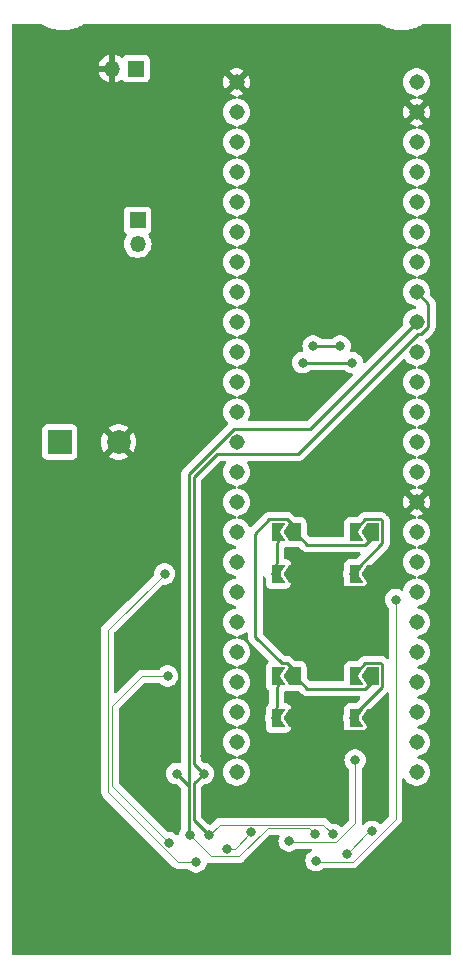
<source format=gbl>
%TF.GenerationSoftware,KiCad,Pcbnew,7.0.2*%
%TF.CreationDate,2023-08-01T20:03:33-04:00*%
%TF.ProjectId,imu-testbed,696d752d-7465-4737-9462-65642e6b6963,rev?*%
%TF.SameCoordinates,Original*%
%TF.FileFunction,Copper,L2,Bot*%
%TF.FilePolarity,Positive*%
%FSLAX46Y46*%
G04 Gerber Fmt 4.6, Leading zero omitted, Abs format (unit mm)*
G04 Created by KiCad (PCBNEW 7.0.2) date 2023-08-01 20:03:33*
%MOMM*%
%LPD*%
G01*
G04 APERTURE LIST*
G04 Aperture macros list*
%AMFreePoly0*
4,1,6,0.500000,-0.750000,-0.650000,-0.750000,-0.150000,0.000000,-0.650000,0.750000,0.500000,0.750000,0.500000,-0.750000,0.500000,-0.750000,$1*%
%AMFreePoly1*
4,1,6,1.000000,0.000000,0.500000,-0.750000,-0.500000,-0.750000,-0.500000,0.750000,0.500000,0.750000,1.000000,0.000000,1.000000,0.000000,$1*%
G04 Aperture macros list end*
%TA.AperFunction,ComponentPad*%
%ADD10R,2.000000X2.000000*%
%TD*%
%TA.AperFunction,ComponentPad*%
%ADD11C,2.000000*%
%TD*%
%TA.AperFunction,ComponentPad*%
%ADD12R,1.350000X1.350000*%
%TD*%
%TA.AperFunction,ComponentPad*%
%ADD13O,1.350000X1.350000*%
%TD*%
%TA.AperFunction,SMDPad,CuDef*%
%ADD14FreePoly0,180.000000*%
%TD*%
%TA.AperFunction,SMDPad,CuDef*%
%ADD15FreePoly1,180.000000*%
%TD*%
%TA.AperFunction,ComponentPad*%
%ADD16C,1.308000*%
%TD*%
%TA.AperFunction,ViaPad*%
%ADD17C,0.800000*%
%TD*%
%TA.AperFunction,Conductor*%
%ADD18C,0.250000*%
%TD*%
%TA.AperFunction,Conductor*%
%ADD19C,0.100000*%
%TD*%
G04 APERTURE END LIST*
D10*
%TO.P,BZ1,1,-*%
%TO.N,/Teensy 4.1/BUZZ*%
X123063000Y-107696000D03*
D11*
%TO.P,BZ1,2,+*%
%TO.N,GND*%
X128063000Y-107696000D03*
%TD*%
D12*
%TO.P,J2,1,Pin_1*%
%TO.N,/BATT_IN*%
X129667000Y-88932000D03*
D13*
%TO.P,J2,2,Pin_2*%
%TO.N,/Teensy 4.1/VIN*%
X129667000Y-90932000D03*
%TD*%
D14*
%TO.P,R8,2*%
%TO.N,Net-(U3-SDO_M)*%
X141515000Y-131064000D03*
D15*
%TO.P,R8,1*%
%TO.N,GND*%
X142965000Y-131064000D03*
%TD*%
D14*
%TO.P,R7,2*%
%TO.N,Net-(U3-SDO_M)*%
X141515000Y-127508000D03*
D15*
%TO.P,R7,1*%
%TO.N,+3V3*%
X142965000Y-127508000D03*
%TD*%
D14*
%TO.P,R6,2*%
%TO.N,Net-(U2-SDO_M)*%
X148119000Y-131064000D03*
D15*
%TO.P,R6,1*%
%TO.N,GND*%
X149569000Y-131064000D03*
%TD*%
D14*
%TO.P,R5,2*%
%TO.N,Net-(U2-SDO_M)*%
X148119000Y-127508000D03*
D15*
%TO.P,R5,1*%
%TO.N,+3V3*%
X149569000Y-127508000D03*
%TD*%
%TO.P,R4,1*%
%TO.N,GND*%
X142965000Y-118866000D03*
D14*
%TO.P,R4,2*%
%TO.N,Net-(U3-SDO_A{slash}G)*%
X141515000Y-118866000D03*
%TD*%
D15*
%TO.P,R3,1*%
%TO.N,GND*%
X149569000Y-118866000D03*
D14*
%TO.P,R3,2*%
%TO.N,Net-(U2-SDO_A{slash}G)*%
X148119000Y-118866000D03*
%TD*%
D15*
%TO.P,R2,1*%
%TO.N,+3V3*%
X142965000Y-115316000D03*
D14*
%TO.P,R2,2*%
%TO.N,Net-(U3-SDO_A{slash}G)*%
X141515000Y-115316000D03*
%TD*%
D15*
%TO.P,R1,1*%
%TO.N,+3V3*%
X149569000Y-115316000D03*
D14*
%TO.P,R1,2*%
%TO.N,Net-(U2-SDO_A{slash}G)*%
X148119000Y-115316000D03*
%TD*%
D13*
%TO.P,J1,2,Pin_2*%
%TO.N,GND*%
X127524000Y-76073000D03*
D12*
%TO.P,J1,1,Pin_1*%
%TO.N,Net-(D1-A)*%
X129524000Y-76073000D03*
%TD*%
D16*
%TO.P,U1,0,RX1*%
%TO.N,unconnected-(U1-RX1-Pad0)*%
X138049000Y-79756000D03*
%TO.P,U1,1,TX1*%
%TO.N,unconnected-(U1-TX1-Pad1)*%
X138049000Y-82296000D03*
%TO.P,U1,2,OUT2*%
%TO.N,unconnected-(U1-OUT2-Pad2)*%
X138049000Y-84836000D03*
%TO.P,U1,3,LRCLK2*%
%TO.N,unconnected-(U1-LRCLK2-Pad3)*%
X138049000Y-87376000D03*
%TO.P,U1,3.3V_1,3.3V*%
%TO.N,+3V3*%
X138049000Y-112776000D03*
%TO.P,U1,3.3V_2,3.3V*%
X153289000Y-82296000D03*
%TO.P,U1,4,BCLK2*%
%TO.N,unconnected-(U1-BCLK2-Pad4)*%
X138049000Y-89916000D03*
%TO.P,U1,5,IN2*%
%TO.N,unconnected-(U1-IN2-Pad5)*%
X138049000Y-92456000D03*
%TO.P,U1,6,OUT1D*%
%TO.N,unconnected-(U1-OUT1D-Pad6)*%
X138049000Y-94996000D03*
%TO.P,U1,7,RX2*%
%TO.N,unconnected-(U1-RX2-Pad7)*%
X138049000Y-97536000D03*
%TO.P,U1,8,TX2*%
%TO.N,unconnected-(U1-TX2-Pad8)*%
X138049000Y-100076000D03*
%TO.P,U1,9,OUT1C*%
%TO.N,unconnected-(U1-OUT1C-Pad9)*%
X138049000Y-102616000D03*
%TO.P,U1,10,CS1*%
%TO.N,unconnected-(U1-CS1-Pad10)*%
X138049000Y-105156000D03*
%TO.P,U1,11,MOSI*%
%TO.N,unconnected-(U1-MOSI-Pad11)*%
X138049000Y-107696000D03*
%TO.P,U1,12,MISO*%
%TO.N,unconnected-(U1-MISO-Pad12)*%
X138049000Y-110236000D03*
%TO.P,U1,13,SCK*%
%TO.N,unconnected-(U1-SCK-Pad13)*%
X153289000Y-110236000D03*
%TO.P,U1,14,A0*%
%TO.N,/Teensy 4.1/1s lipo analog voltage splitter/V_SCALED*%
X153289000Y-107696000D03*
%TO.P,U1,15,A1*%
%TO.N,unconnected-(U1-A1-Pad15)*%
X153289000Y-105156000D03*
%TO.P,U1,16,A2*%
%TO.N,unconnected-(U1-A2-Pad16)*%
X153289000Y-102616000D03*
%TO.P,U1,17,A3*%
%TO.N,/Teensy 4.1/BUZZ*%
X153289000Y-100076000D03*
%TO.P,U1,18,A4*%
%TO.N,/Barometric pressure sensor/SDA*%
X153289000Y-97536000D03*
%TO.P,U1,19,A5*%
%TO.N,/Barometric pressure sensor/SCL*%
X153289000Y-94996000D03*
%TO.P,U1,20,A6*%
%TO.N,unconnected-(U1-A6-Pad20)*%
X153289000Y-92456000D03*
%TO.P,U1,21,A7*%
%TO.N,unconnected-(U1-A7-Pad21)*%
X153289000Y-89916000D03*
%TO.P,U1,22,A8*%
%TO.N,unconnected-(U1-A8-Pad22)*%
X153289000Y-87376000D03*
%TO.P,U1,23,A9*%
%TO.N,unconnected-(U1-A9-Pad23)*%
X153289000Y-84836000D03*
%TO.P,U1,24,A10*%
%TO.N,unconnected-(U1-A10-Pad24)*%
X138049000Y-115316000D03*
%TO.P,U1,25,A11*%
%TO.N,unconnected-(U1-A11-Pad25)*%
X138049000Y-117856000D03*
%TO.P,U1,26,A12*%
%TO.N,unconnected-(U1-A12-Pad26)*%
X138049000Y-120396000D03*
%TO.P,U1,27,A13*%
%TO.N,unconnected-(U1-A13-Pad27)*%
X138049000Y-122936000D03*
%TO.P,U1,28,RX7*%
%TO.N,unconnected-(U1-RX7-Pad28)*%
X138049000Y-125476000D03*
%TO.P,U1,29,TX7*%
%TO.N,unconnected-(U1-TX7-Pad29)*%
X138049000Y-128016000D03*
%TO.P,U1,30,CRX3*%
%TO.N,unconnected-(U1-CRX3-Pad30)*%
X138049000Y-130556000D03*
%TO.P,U1,31,CTX3*%
%TO.N,unconnected-(U1-CTX3-Pad31)*%
X138049000Y-133096000D03*
%TO.P,U1,32,OUT1B*%
%TO.N,unconnected-(U1-OUT1B-Pad32)*%
X138049000Y-135636000D03*
%TO.P,U1,33,MCLK2*%
%TO.N,unconnected-(U1-MCLK2-Pad33)*%
X153289000Y-135636000D03*
%TO.P,U1,34,RX8*%
%TO.N,unconnected-(U1-RX8-Pad34)*%
X153289000Y-133096000D03*
%TO.P,U1,35,TX8*%
%TO.N,unconnected-(U1-TX8-Pad35)*%
X153289000Y-130556000D03*
%TO.P,U1,36,CS2*%
%TO.N,unconnected-(U1-CS2-Pad36)*%
X153289000Y-128016000D03*
%TO.P,U1,37,CS3*%
%TO.N,unconnected-(U1-CS3-Pad37)*%
X153289000Y-125476000D03*
%TO.P,U1,38,A14*%
%TO.N,unconnected-(U1-A14-Pad38)*%
X153289000Y-122936000D03*
%TO.P,U1,39,A15*%
%TO.N,unconnected-(U1-A15-Pad39)*%
X153289000Y-120396000D03*
%TO.P,U1,40,A16*%
%TO.N,unconnected-(U1-A16-Pad40)*%
X153289000Y-117856000D03*
%TO.P,U1,41,A17*%
%TO.N,unconnected-(U1-A17-Pad41)*%
X153289000Y-115316000D03*
%TO.P,U1,GND1,GND*%
%TO.N,GND*%
X138049000Y-77216000D03*
%TO.P,U1,GND2,GND*%
X153289000Y-112776000D03*
%TO.P,U1,GND3,GND*%
X153289000Y-79756000D03*
%TO.P,U1,VIN,VIN*%
%TO.N,/Teensy 4.1/VIN*%
X153289000Y-77216000D03*
%TD*%
D17*
%TO.N,/Teensy 4.1/BUZZ*%
X146812000Y-99568000D03*
X144526000Y-99568000D03*
%TO.N,/Teensy 4.1/1s lipo analog voltage splitter/V_SCALED*%
X147828000Y-100965000D03*
X147828000Y-100965000D03*
X143637000Y-100965000D03*
%TO.N,GND*%
X130048000Y-137668000D03*
X135382000Y-134239000D03*
X131318000Y-134874000D03*
X149479000Y-131064000D03*
%TO.N,+3V3*%
X149479000Y-115316000D03*
X142875000Y-115316000D03*
X149479000Y-127508000D03*
X142875000Y-127508000D03*
%TO.N,Net-(U2-SDO_A{slash}G)*%
X151511000Y-121031000D03*
%TO.N,Net-(U2-SDO_M)*%
X148082000Y-134620000D03*
X142494000Y-141478000D03*
%TO.N,Net-(U2-SDO_A{slash}G)*%
X144780000Y-143129000D03*
%TO.N,Net-(U3-SDO_A{slash}G)*%
X131953000Y-118872000D03*
%TO.N,Net-(U3-SDO_M)*%
X132207000Y-127508000D03*
%TO.N,Net-(U3-SDO_A{slash}G)*%
X134620000Y-143256000D03*
%TO.N,Net-(U3-SDO_M)*%
X132334000Y-141605000D03*
%TO.N,Net-(U3-SDO_A{slash}G)*%
X141351000Y-118872000D03*
%TO.N,Net-(U2-SDO_A{slash}G)*%
X147955000Y-118872000D03*
%TO.N,Net-(U3-SDO_M)*%
X141351000Y-131064000D03*
%TO.N,Net-(U2-SDO_M)*%
X147955000Y-131064000D03*
%TO.N,/Barometric pressure sensor/SCL*%
X135255000Y-135763000D03*
%TO.N,/Barometric pressure sensor/SDA*%
X132969000Y-135763000D03*
%TO.N,/Barometric pressure sensor/SCL*%
X146215000Y-140907000D03*
%TO.N,/Barometric pressure sensor/SDA*%
X144691000Y-140907000D03*
%TO.N,GND*%
X147231000Y-144463000D03*
%TO.N,Net-(U2-C1)*%
X149517000Y-140653000D03*
X147358000Y-142558000D03*
%TO.N,Net-(U3-C1)*%
X139269000Y-140726000D03*
X137237000Y-142123000D03*
%TO.N,GND*%
X136856000Y-143901000D03*
%TO.N,/Barometric pressure sensor/SDA*%
X134062000Y-140980000D03*
%TO.N,/Barometric pressure sensor/SCL*%
X135713000Y-140980000D03*
%TD*%
D18*
%TO.N,/Teensy 4.1/BUZZ*%
X146812000Y-99568000D02*
X146685000Y-99568000D01*
X144526000Y-99568000D02*
X146812000Y-99568000D01*
%TO.N,/Teensy 4.1/1s lipo analog voltage splitter/V_SCALED*%
X147828000Y-100965000D02*
X147574000Y-100838000D01*
X147447000Y-100965000D02*
X147828000Y-100965000D01*
X143637000Y-100965000D02*
X147447000Y-100965000D01*
%TO.N,GND*%
X149225000Y-118872000D02*
X149569000Y-119275620D01*
X149479000Y-131064000D02*
X149569000Y-131473620D01*
%TO.N,+3V3*%
X149479000Y-115316000D02*
X149569000Y-115725620D01*
X142875000Y-115226000D02*
X142965000Y-115316000D01*
X142875000Y-115316000D02*
X142875000Y-115226000D01*
X142965000Y-115316000D02*
X142875000Y-115316000D01*
X149479000Y-127508000D02*
X149569000Y-127917620D01*
X142875000Y-127508000D02*
X142965000Y-127508000D01*
D19*
%TO.N,Net-(U2-SDO_A{slash}G)*%
X151511000Y-139578239D02*
X151511000Y-121031000D01*
X147881239Y-143208000D02*
X151511000Y-139578239D01*
X144859000Y-143208000D02*
X147881239Y-143208000D01*
X144780000Y-143129000D02*
X144859000Y-143208000D01*
%TO.N,Net-(U2-SDO_M)*%
X146484239Y-141557000D02*
X148082000Y-139959239D01*
X148082000Y-139959239D02*
X148082000Y-134620000D01*
X142573000Y-141557000D02*
X146484239Y-141557000D01*
X142494000Y-141478000D02*
X142573000Y-141557000D01*
%TO.N,/Barometric pressure sensor/SDA*%
X135855000Y-142773000D02*
X134062000Y-140980000D01*
X138278000Y-142773000D02*
X135855000Y-142773000D01*
X144160000Y-140376000D02*
X140675000Y-140376000D01*
X144691000Y-140907000D02*
X144160000Y-140376000D01*
X140675000Y-140376000D02*
X138278000Y-142773000D01*
%TO.N,Net-(U3-SDO_A{slash}G)*%
X127127000Y-123571000D02*
X131953000Y-118872000D01*
X133065761Y-143256000D02*
X127127000Y-137317239D01*
X134620000Y-143256000D02*
X133065761Y-143256000D01*
X127127000Y-137317239D02*
X127127000Y-123571000D01*
X131953000Y-118872000D02*
X131826000Y-118872000D01*
%TO.N,Net-(U3-SDO_M)*%
X127508000Y-130048000D02*
X130048000Y-127508000D01*
X127508000Y-136779000D02*
X127508000Y-130048000D01*
X130048000Y-127508000D02*
X132207000Y-127508000D01*
X132334000Y-141605000D02*
X127508000Y-136779000D01*
D18*
%TO.N,Net-(U3-SDO_A{slash}G)*%
X141351000Y-118872000D02*
X141515000Y-118866000D01*
%TO.N,Net-(U2-SDO_A{slash}G)*%
X147955000Y-118872000D02*
X148119000Y-118866000D01*
%TO.N,Net-(U3-SDO_M)*%
X141351000Y-131064000D02*
X141515000Y-131064000D01*
%TO.N,Net-(U2-SDO_M)*%
X147955000Y-131064000D02*
X148119000Y-131064000D01*
%TO.N,Net-(U3-SDO_M)*%
X141515000Y-127508000D02*
X141351000Y-131064000D01*
%TO.N,Net-(U2-SDO_M)*%
X148119000Y-130667620D02*
X147955000Y-131064000D01*
X150394000Y-128392620D02*
X148119000Y-130667620D01*
X150394000Y-126568800D02*
X150394000Y-128392620D01*
X150258200Y-126433000D02*
X150394000Y-126568800D01*
X148119000Y-127248380D02*
X148934380Y-126433000D01*
X148934380Y-126433000D02*
X150258200Y-126433000D01*
X148119000Y-127508000D02*
X148119000Y-127248380D01*
%TO.N,GND*%
X148903620Y-132139000D02*
X144040000Y-132139000D01*
X149569000Y-131064000D02*
X149479000Y-131064000D01*
X149569000Y-131473620D02*
X148903620Y-132139000D01*
X144040000Y-132139000D02*
X142965000Y-131064000D01*
%TO.N,+3V3*%
X144040000Y-128583000D02*
X142965000Y-127508000D01*
X148903620Y-128583000D02*
X144040000Y-128583000D01*
X149569000Y-127917620D02*
X148903620Y-128583000D01*
X149569000Y-127508000D02*
X149479000Y-127508000D01*
X142965000Y-127098380D02*
X142875000Y-127508000D01*
X142299620Y-126433000D02*
X142965000Y-127098380D01*
X140825800Y-114241000D02*
X139623800Y-115443000D01*
X139623800Y-124166800D02*
X141890000Y-126433000D01*
X142299620Y-114241000D02*
X140825800Y-114241000D01*
X141890000Y-126433000D02*
X142299620Y-126433000D01*
X142965000Y-114906380D02*
X142299620Y-114241000D01*
X139623800Y-115443000D02*
X139623800Y-124166800D01*
X142965000Y-115316000D02*
X142965000Y-114906380D01*
%TO.N,Net-(U2-SDO_A{slash}G)*%
X150394000Y-116229800D02*
X148119000Y-118504800D01*
X150394000Y-114402200D02*
X150394000Y-116229800D01*
X148119000Y-118504800D02*
X147955000Y-118872000D01*
X148934380Y-114241000D02*
X150232800Y-114241000D01*
X148119000Y-115056380D02*
X148934380Y-114241000D01*
X148119000Y-115316000D02*
X148119000Y-115056380D01*
X150232800Y-114241000D02*
X150394000Y-114402200D01*
%TO.N,Net-(U3-SDO_A{slash}G)*%
X141515000Y-115316000D02*
X141351000Y-118872000D01*
%TO.N,GND*%
X148903620Y-119941000D02*
X144040000Y-119941000D01*
X149569000Y-119275620D02*
X148903620Y-119941000D01*
X144040000Y-119941000D02*
X142965000Y-118866000D01*
X149569000Y-118866000D02*
X149225000Y-118872000D01*
%TO.N,+3V3*%
X148903620Y-116391000D02*
X144040000Y-116391000D01*
X149569000Y-115725620D02*
X148903620Y-116391000D01*
X149569000Y-115316000D02*
X149479000Y-115316000D01*
X144040000Y-116391000D02*
X142965000Y-115316000D01*
%TO.N,/Barometric pressure sensor/SCL*%
X154268000Y-95975000D02*
X153289000Y-94996000D01*
X154268000Y-97941516D02*
X154268000Y-95975000D01*
X153694516Y-98515000D02*
X154268000Y-97941516D01*
X153416000Y-98515000D02*
X153694516Y-98515000D01*
X143256000Y-108675000D02*
X153416000Y-98515000D01*
X136379000Y-108675000D02*
X143256000Y-108675000D01*
X134437000Y-110617000D02*
X136379000Y-108675000D01*
X134437000Y-134945000D02*
X134437000Y-110617000D01*
X135255000Y-135763000D02*
X134437000Y-134945000D01*
%TO.N,/Barometric pressure sensor/SDA*%
X144272000Y-106553000D02*
X153289000Y-97536000D01*
X137807484Y-106553000D02*
X144272000Y-106553000D01*
X133987000Y-110373484D02*
X137807484Y-106553000D01*
X133987000Y-136781000D02*
X133987000Y-110373484D01*
%TO.N,/Barometric pressure sensor/SCL*%
X134437000Y-139704000D02*
X135713000Y-140980000D01*
X135255000Y-135763000D02*
X134437000Y-136581000D01*
X134437000Y-136581000D02*
X134437000Y-139704000D01*
%TO.N,/Barometric pressure sensor/SDA*%
X133987000Y-140905000D02*
X134062000Y-140980000D01*
X133987000Y-136781000D02*
X133987000Y-140905000D01*
X132969000Y-135763000D02*
X133987000Y-136781000D01*
D19*
%TO.N,/Barometric pressure sensor/SCL*%
X136617000Y-140076000D02*
X135713000Y-140980000D01*
X145384000Y-140076000D02*
X136617000Y-140076000D01*
X146215000Y-140907000D02*
X145384000Y-140076000D01*
%TO.N,Net-(U2-C1)*%
X149263000Y-140653000D02*
X149517000Y-140653000D01*
X147358000Y-142558000D02*
X149263000Y-140653000D01*
%TO.N,Net-(U3-C1)*%
X137872000Y-142123000D02*
X139269000Y-140726000D01*
X137237000Y-142123000D02*
X137872000Y-142123000D01*
%TD*%
%TA.AperFunction,Conductor*%
%TO.N,GND*%
G36*
X137126759Y-109320185D02*
G01*
X137172514Y-109372989D01*
X137182458Y-109442147D01*
X137158674Y-109499227D01*
X137063216Y-109625632D01*
X136967848Y-109817159D01*
X136909295Y-110022949D01*
X136889554Y-110235999D01*
X136909295Y-110449050D01*
X136967848Y-110654840D01*
X137063216Y-110846367D01*
X137192159Y-111017115D01*
X137350275Y-111161256D01*
X137350277Y-111161257D01*
X137350278Y-111161258D01*
X137532190Y-111273893D01*
X137731703Y-111351185D01*
X137907845Y-111384111D01*
X137970125Y-111415779D01*
X138005398Y-111476092D01*
X138002464Y-111545900D01*
X137962255Y-111603040D01*
X137907845Y-111627888D01*
X137731703Y-111660814D01*
X137731703Y-111660815D01*
X137532189Y-111738107D01*
X137350275Y-111850743D01*
X137192159Y-111994884D01*
X137063216Y-112165632D01*
X136967848Y-112357159D01*
X136909295Y-112562949D01*
X136889554Y-112775999D01*
X136909295Y-112989050D01*
X136967848Y-113194840D01*
X137063216Y-113386367D01*
X137192159Y-113557115D01*
X137350275Y-113701256D01*
X137350277Y-113701257D01*
X137350278Y-113701258D01*
X137532190Y-113813893D01*
X137731703Y-113891185D01*
X137907845Y-113924111D01*
X137970125Y-113955779D01*
X138005398Y-114016092D01*
X138002464Y-114085900D01*
X137962255Y-114143040D01*
X137907845Y-114167888D01*
X137769487Y-114193752D01*
X137731703Y-114200815D01*
X137532189Y-114278107D01*
X137350275Y-114390743D01*
X137192159Y-114534884D01*
X137063216Y-114705632D01*
X136967848Y-114897159D01*
X136909295Y-115102949D01*
X136889554Y-115315999D01*
X136909295Y-115529050D01*
X136967848Y-115734840D01*
X137063216Y-115926367D01*
X137192159Y-116097115D01*
X137350275Y-116241256D01*
X137350277Y-116241257D01*
X137350278Y-116241258D01*
X137532190Y-116353893D01*
X137731703Y-116431185D01*
X137907846Y-116464111D01*
X137970124Y-116495778D01*
X138005398Y-116556090D01*
X138002465Y-116625898D01*
X137962256Y-116683038D01*
X137907845Y-116707888D01*
X137731702Y-116740815D01*
X137532189Y-116818107D01*
X137350275Y-116930743D01*
X137192159Y-117074884D01*
X137063216Y-117245632D01*
X136967848Y-117437159D01*
X136909295Y-117642949D01*
X136889554Y-117856000D01*
X136909295Y-118069050D01*
X136967848Y-118274840D01*
X137063216Y-118466367D01*
X137192159Y-118637115D01*
X137350275Y-118781256D01*
X137350277Y-118781257D01*
X137350278Y-118781258D01*
X137532190Y-118893893D01*
X137731703Y-118971185D01*
X137907845Y-119004111D01*
X137970125Y-119035779D01*
X138005398Y-119096092D01*
X138002464Y-119165900D01*
X137962255Y-119223040D01*
X137907845Y-119247888D01*
X137731703Y-119280815D01*
X137532189Y-119358107D01*
X137350275Y-119470743D01*
X137192159Y-119614884D01*
X137063216Y-119785632D01*
X136967848Y-119977159D01*
X136909295Y-120182949D01*
X136889554Y-120396000D01*
X136909295Y-120609050D01*
X136967848Y-120814840D01*
X137063216Y-121006367D01*
X137192159Y-121177115D01*
X137350275Y-121321256D01*
X137350277Y-121321257D01*
X137350278Y-121321258D01*
X137532190Y-121433893D01*
X137731703Y-121511185D01*
X137907845Y-121544111D01*
X137970125Y-121575779D01*
X138005398Y-121636092D01*
X138002464Y-121705900D01*
X137962255Y-121763040D01*
X137907845Y-121787888D01*
X137731703Y-121820814D01*
X137731703Y-121820815D01*
X137532189Y-121898107D01*
X137350275Y-122010743D01*
X137192159Y-122154884D01*
X137063216Y-122325632D01*
X136967848Y-122517159D01*
X136909295Y-122722949D01*
X136889554Y-122936000D01*
X136909295Y-123149050D01*
X136967848Y-123354840D01*
X137063216Y-123546367D01*
X137192159Y-123717115D01*
X137350275Y-123861256D01*
X137350277Y-123861257D01*
X137350278Y-123861258D01*
X137532190Y-123973893D01*
X137731703Y-124051185D01*
X137907845Y-124084111D01*
X137970125Y-124115779D01*
X138005398Y-124176092D01*
X138002464Y-124245900D01*
X137962255Y-124303040D01*
X137907845Y-124327888D01*
X137731703Y-124360815D01*
X137532189Y-124438107D01*
X137350275Y-124550743D01*
X137192159Y-124694884D01*
X137063216Y-124865632D01*
X136967848Y-125057159D01*
X136909295Y-125262949D01*
X136889554Y-125476000D01*
X136909295Y-125689050D01*
X136967848Y-125894840D01*
X137063216Y-126086367D01*
X137192159Y-126257115D01*
X137350275Y-126401256D01*
X137350277Y-126401257D01*
X137350278Y-126401258D01*
X137532190Y-126513893D01*
X137731703Y-126591185D01*
X137907846Y-126624111D01*
X137970124Y-126655778D01*
X138005398Y-126716090D01*
X138002465Y-126785898D01*
X137962256Y-126843038D01*
X137907845Y-126867888D01*
X137731702Y-126900815D01*
X137532189Y-126978107D01*
X137350275Y-127090743D01*
X137192159Y-127234884D01*
X137063216Y-127405632D01*
X136967848Y-127597159D01*
X136909295Y-127802949D01*
X136889554Y-128016000D01*
X136909295Y-128229050D01*
X136967848Y-128434840D01*
X137063216Y-128626367D01*
X137192159Y-128797115D01*
X137350275Y-128941256D01*
X137350277Y-128941257D01*
X137350278Y-128941258D01*
X137532190Y-129053893D01*
X137731703Y-129131185D01*
X137907846Y-129164111D01*
X137970124Y-129195778D01*
X138005398Y-129256090D01*
X138002465Y-129325898D01*
X137962256Y-129383038D01*
X137907845Y-129407888D01*
X137731702Y-129440815D01*
X137532189Y-129518107D01*
X137350275Y-129630743D01*
X137192159Y-129774884D01*
X137063216Y-129945632D01*
X136967848Y-130137159D01*
X136909295Y-130342949D01*
X136889554Y-130556000D01*
X136909295Y-130769050D01*
X136967848Y-130974840D01*
X137063216Y-131166367D01*
X137192159Y-131337115D01*
X137350275Y-131481256D01*
X137350277Y-131481257D01*
X137350278Y-131481258D01*
X137532190Y-131593893D01*
X137731703Y-131671185D01*
X137907845Y-131704111D01*
X137970125Y-131735779D01*
X138005398Y-131796092D01*
X138002464Y-131865900D01*
X137962255Y-131923040D01*
X137907845Y-131947888D01*
X137731702Y-131980814D01*
X137731703Y-131980815D01*
X137532189Y-132058107D01*
X137350275Y-132170743D01*
X137192159Y-132314884D01*
X137063216Y-132485632D01*
X136967848Y-132677159D01*
X136909295Y-132882949D01*
X136889554Y-133096000D01*
X136909295Y-133309050D01*
X136967848Y-133514840D01*
X137063216Y-133706367D01*
X137192159Y-133877115D01*
X137350275Y-134021256D01*
X137350277Y-134021257D01*
X137350278Y-134021258D01*
X137532190Y-134133893D01*
X137731703Y-134211185D01*
X137907845Y-134244111D01*
X137970125Y-134275779D01*
X138005398Y-134336092D01*
X138002464Y-134405900D01*
X137962255Y-134463040D01*
X137907845Y-134487888D01*
X137731703Y-134520815D01*
X137532189Y-134598107D01*
X137350275Y-134710743D01*
X137192159Y-134854884D01*
X137063216Y-135025632D01*
X136967848Y-135217159D01*
X136909295Y-135422949D01*
X136889554Y-135636000D01*
X136909295Y-135849050D01*
X136967848Y-136054840D01*
X137063216Y-136246367D01*
X137192159Y-136417115D01*
X137350275Y-136561256D01*
X137350277Y-136561257D01*
X137350278Y-136561258D01*
X137532190Y-136673893D01*
X137731703Y-136751185D01*
X137942020Y-136790500D01*
X137942022Y-136790500D01*
X138155978Y-136790500D01*
X138155980Y-136790500D01*
X138366297Y-136751185D01*
X138565810Y-136673893D01*
X138747722Y-136561258D01*
X138905841Y-136417114D01*
X139034781Y-136246370D01*
X139034781Y-136246368D01*
X139034783Y-136246367D01*
X139130151Y-136054840D01*
X139188704Y-135849050D01*
X139191790Y-135815739D01*
X139208446Y-135636000D01*
X139188704Y-135422952D01*
X139188704Y-135422949D01*
X139130151Y-135217159D01*
X139034783Y-135025632D01*
X138905840Y-134854884D01*
X138747724Y-134710743D01*
X138565810Y-134598107D01*
X138565809Y-134598107D01*
X138366297Y-134520815D01*
X138190153Y-134487888D01*
X138127874Y-134456221D01*
X138092601Y-134395909D01*
X138095535Y-134326100D01*
X138135744Y-134268960D01*
X138190152Y-134244112D01*
X138366297Y-134211185D01*
X138565810Y-134133893D01*
X138747722Y-134021258D01*
X138905841Y-133877114D01*
X139034781Y-133706370D01*
X139034781Y-133706368D01*
X139034783Y-133706367D01*
X139130151Y-133514840D01*
X139188704Y-133309050D01*
X139191790Y-133275739D01*
X139208446Y-133096000D01*
X139188704Y-132882952D01*
X139188704Y-132882949D01*
X139130151Y-132677159D01*
X139034783Y-132485632D01*
X138905840Y-132314884D01*
X138747724Y-132170743D01*
X138565810Y-132058107D01*
X138565809Y-132058106D01*
X138366297Y-131980815D01*
X138190153Y-131947888D01*
X138127874Y-131916221D01*
X138092601Y-131855909D01*
X138095535Y-131786100D01*
X138135744Y-131728960D01*
X138190152Y-131704112D01*
X138366297Y-131671185D01*
X138565810Y-131593893D01*
X138747722Y-131481258D01*
X138905841Y-131337114D01*
X139034781Y-131166370D01*
X139034781Y-131166368D01*
X139034783Y-131166367D01*
X139130151Y-130974840D01*
X139188704Y-130769050D01*
X139204689Y-130596540D01*
X139208446Y-130556000D01*
X139188704Y-130342952D01*
X139188704Y-130342949D01*
X139130151Y-130137159D01*
X139034783Y-129945632D01*
X138905840Y-129774884D01*
X138747724Y-129630743D01*
X138565810Y-129518107D01*
X138366297Y-129440815D01*
X138190154Y-129407888D01*
X138127874Y-129376219D01*
X138092601Y-129315907D01*
X138095535Y-129246099D01*
X138135744Y-129188959D01*
X138190150Y-129164112D01*
X138366297Y-129131185D01*
X138565810Y-129053893D01*
X138747722Y-128941258D01*
X138902004Y-128800612D01*
X138905840Y-128797115D01*
X138905841Y-128797114D01*
X139034781Y-128626370D01*
X139034781Y-128626368D01*
X139034783Y-128626367D01*
X139130151Y-128434840D01*
X139188704Y-128229050D01*
X139193167Y-128180888D01*
X139208446Y-128016000D01*
X139188704Y-127802952D01*
X139188704Y-127802949D01*
X139130151Y-127597159D01*
X139034783Y-127405632D01*
X138905840Y-127234884D01*
X138747724Y-127090743D01*
X138565810Y-126978107D01*
X138512617Y-126957500D01*
X138366297Y-126900815D01*
X138190153Y-126867888D01*
X138127874Y-126836221D01*
X138092601Y-126775909D01*
X138095535Y-126706100D01*
X138135744Y-126648960D01*
X138190152Y-126624112D01*
X138366297Y-126591185D01*
X138565810Y-126513893D01*
X138747722Y-126401258D01*
X138905841Y-126257114D01*
X139034781Y-126086370D01*
X139034781Y-126086368D01*
X139034783Y-126086367D01*
X139130151Y-125894840D01*
X139188704Y-125689050D01*
X139191790Y-125655739D01*
X139208446Y-125476000D01*
X139188704Y-125262952D01*
X139188704Y-125262949D01*
X139130151Y-125057159D01*
X139034783Y-124865632D01*
X138905840Y-124694884D01*
X138747724Y-124550743D01*
X138565810Y-124438107D01*
X138565809Y-124438107D01*
X138366297Y-124360815D01*
X138190153Y-124327888D01*
X138127874Y-124296221D01*
X138092601Y-124235909D01*
X138095535Y-124166100D01*
X138135744Y-124108960D01*
X138190152Y-124084112D01*
X138366297Y-124051185D01*
X138565810Y-123973893D01*
X138747722Y-123861258D01*
X138790763Y-123822020D01*
X138853566Y-123791405D01*
X138922953Y-123799602D01*
X138976893Y-123844012D01*
X138998261Y-123910534D01*
X138998300Y-123913659D01*
X138998300Y-124084056D01*
X138996035Y-124104566D01*
X138998239Y-124174672D01*
X138998300Y-124178567D01*
X138998300Y-124206150D01*
X138998788Y-124210019D01*
X138998789Y-124210025D01*
X138998804Y-124210143D01*
X138999718Y-124221767D01*
X139001090Y-124265426D01*
X139006679Y-124284660D01*
X139010625Y-124303716D01*
X139013135Y-124323592D01*
X139029214Y-124364204D01*
X139032997Y-124375251D01*
X139045182Y-124417191D01*
X139055380Y-124434435D01*
X139063936Y-124451900D01*
X139071314Y-124470532D01*
X139071315Y-124470533D01*
X139096980Y-124505859D01*
X139103393Y-124515622D01*
X139125626Y-124553216D01*
X139125629Y-124553219D01*
X139125630Y-124553220D01*
X139139795Y-124567385D01*
X139152427Y-124582175D01*
X139164206Y-124598387D01*
X139197858Y-124626226D01*
X139206499Y-124634089D01*
X140736021Y-126163611D01*
X140769506Y-126224934D01*
X140764522Y-126294626D01*
X140722650Y-126350559D01*
X140715380Y-126355607D01*
X140683871Y-126375856D01*
X140589623Y-126484625D01*
X140529834Y-126615542D01*
X140514263Y-126723848D01*
X140509353Y-126758000D01*
X140509353Y-128258000D01*
X140509510Y-128260208D01*
X140509511Y-128260210D01*
X140514499Y-128329960D01*
X140526005Y-128369144D01*
X140555047Y-128468053D01*
X140632857Y-128589128D01*
X140632858Y-128589129D01*
X140741625Y-128683376D01*
X140756492Y-128690166D01*
X140809296Y-128735921D01*
X140828980Y-128802961D01*
X140828848Y-128808673D01*
X140782844Y-129806170D01*
X140760092Y-129872231D01*
X140726017Y-129904772D01*
X140683871Y-129931857D01*
X140589622Y-130040627D01*
X140529834Y-130171542D01*
X140509353Y-130314000D01*
X140509353Y-130720603D01*
X140503284Y-130758921D01*
X140465326Y-130875742D01*
X140445540Y-131064000D01*
X140465326Y-131252257D01*
X140503284Y-131369077D01*
X140509353Y-131407395D01*
X140509353Y-131814000D01*
X140509510Y-131816208D01*
X140509511Y-131816210D01*
X140514499Y-131885960D01*
X140532683Y-131947889D01*
X140555047Y-132024053D01*
X140632857Y-132145128D01*
X140632858Y-132145129D01*
X140741625Y-132239376D01*
X140872542Y-132299165D01*
X141015000Y-132319647D01*
X142162527Y-132319647D01*
X142165000Y-132319647D01*
X142245361Y-132313220D01*
X142245360Y-132313220D01*
X142382750Y-132270359D01*
X142382752Y-132270358D01*
X142502503Y-132190525D01*
X142594911Y-132080187D01*
X142652490Y-131948285D01*
X142670576Y-131805504D01*
X142647703Y-131663411D01*
X142585724Y-131533518D01*
X142318567Y-131132782D01*
X142297759Y-131066083D01*
X142316314Y-130998722D01*
X142318540Y-130995257D01*
X142585724Y-130594482D01*
X142624953Y-130524053D01*
X142665500Y-130385961D01*
X142665500Y-130242039D01*
X142624953Y-130103947D01*
X142547143Y-129982872D01*
X142519734Y-129959122D01*
X142438374Y-129888623D01*
X142307457Y-129828834D01*
X142165000Y-129808353D01*
X142164924Y-129808353D01*
X142164851Y-129808331D01*
X142156222Y-129807091D01*
X142156400Y-129805850D01*
X142097885Y-129788668D01*
X142052130Y-129735864D01*
X142041056Y-129678640D01*
X142052025Y-129440815D01*
X142077917Y-128879386D01*
X142100669Y-128813326D01*
X142155525Y-128770052D01*
X142191895Y-128761495D01*
X142245361Y-128757220D01*
X142273757Y-128748360D01*
X142328326Y-128743996D01*
X142465000Y-128763647D01*
X143284695Y-128763647D01*
X143351734Y-128783332D01*
X143372376Y-128799966D01*
X143539197Y-128966787D01*
X143552098Y-128982889D01*
X143554212Y-128984874D01*
X143554214Y-128984877D01*
X143571623Y-129001225D01*
X143603240Y-129030916D01*
X143606036Y-129033626D01*
X143625530Y-129053120D01*
X143628615Y-129055513D01*
X143628701Y-129055580D01*
X143637573Y-129063158D01*
X143669418Y-129093062D01*
X143686974Y-129102714D01*
X143703231Y-129113392D01*
X143719064Y-129125674D01*
X143731798Y-129131184D01*
X143759156Y-129143023D01*
X143769643Y-129148160D01*
X143807908Y-129169197D01*
X143827316Y-129174180D01*
X143845710Y-129180478D01*
X143864105Y-129188438D01*
X143907254Y-129195271D01*
X143918680Y-129197638D01*
X143934222Y-129201629D01*
X143960980Y-129208500D01*
X143960981Y-129208500D01*
X143981016Y-129208500D01*
X144000413Y-129210026D01*
X144020196Y-129213160D01*
X144063674Y-129209050D01*
X144075344Y-129208500D01*
X148394167Y-129208500D01*
X148461206Y-129228185D01*
X148506961Y-129280989D01*
X148516905Y-129350147D01*
X148487880Y-129413703D01*
X148481848Y-129420181D01*
X148129995Y-129772034D01*
X148068672Y-129805519D01*
X148042314Y-129808353D01*
X147619000Y-129808353D01*
X147616792Y-129808510D01*
X147616789Y-129808511D01*
X147547039Y-129813499D01*
X147408947Y-129854047D01*
X147287870Y-129931858D01*
X147193623Y-130040625D01*
X147133834Y-130171542D01*
X147113353Y-130314000D01*
X147113353Y-130720603D01*
X147107284Y-130758921D01*
X147069326Y-130875742D01*
X147049540Y-131064000D01*
X147069326Y-131252257D01*
X147107284Y-131369077D01*
X147113353Y-131407395D01*
X147113353Y-131814000D01*
X147113510Y-131816208D01*
X147113511Y-131816210D01*
X147118499Y-131885960D01*
X147136683Y-131947889D01*
X147159047Y-132024053D01*
X147236857Y-132145128D01*
X147236858Y-132145129D01*
X147345625Y-132239376D01*
X147476542Y-132299165D01*
X147619000Y-132319647D01*
X148766527Y-132319647D01*
X148769000Y-132319647D01*
X148849361Y-132313220D01*
X148849361Y-132313219D01*
X148986750Y-132270359D01*
X148986752Y-132270358D01*
X149106503Y-132190525D01*
X149198911Y-132080187D01*
X149256490Y-131948285D01*
X149274576Y-131805504D01*
X149251703Y-131663411D01*
X149189724Y-131533518D01*
X148922567Y-131132782D01*
X148901759Y-131066083D01*
X148920314Y-130998722D01*
X148922540Y-130995257D01*
X149189724Y-130594482D01*
X149228953Y-130524053D01*
X149254037Y-130438621D01*
X149285330Y-130385878D01*
X150748821Y-128922388D01*
X150810142Y-128888905D01*
X150879834Y-128893889D01*
X150935767Y-128935761D01*
X150960184Y-129001225D01*
X150960500Y-129010071D01*
X150960500Y-139298852D01*
X150940815Y-139365891D01*
X150924181Y-139386533D01*
X150313689Y-139997024D01*
X150252366Y-140030509D01*
X150182674Y-140025525D01*
X150133858Y-139992314D01*
X150122871Y-139980112D01*
X150122870Y-139980111D01*
X150122868Y-139980109D01*
X149969730Y-139868848D01*
X149796802Y-139791855D01*
X149611648Y-139752500D01*
X149611646Y-139752500D01*
X149422354Y-139752500D01*
X149422352Y-139752500D01*
X149237197Y-139791855D01*
X149064269Y-139868848D01*
X148911129Y-139980111D01*
X148851816Y-140045984D01*
X148792329Y-140082632D01*
X148722472Y-140081301D01*
X148664424Y-140042414D01*
X148636615Y-139978317D01*
X148636317Y-139950334D01*
X148637352Y-139940268D01*
X148634302Y-139922583D01*
X148632500Y-139901515D01*
X148632500Y-135396298D01*
X148652185Y-135329259D01*
X148683615Y-135295980D01*
X148687871Y-135292888D01*
X148814533Y-135152216D01*
X148909179Y-134988284D01*
X148967674Y-134808256D01*
X148987460Y-134620000D01*
X148967674Y-134431744D01*
X148909179Y-134251716D01*
X148909179Y-134251715D01*
X148814533Y-134087783D01*
X148687870Y-133947110D01*
X148534730Y-133835848D01*
X148361802Y-133758855D01*
X148176648Y-133719500D01*
X148176646Y-133719500D01*
X147987354Y-133719500D01*
X147987352Y-133719500D01*
X147802197Y-133758855D01*
X147629269Y-133835848D01*
X147476129Y-133947110D01*
X147349466Y-134087783D01*
X147254820Y-134251715D01*
X147196326Y-134431742D01*
X147176540Y-134620000D01*
X147196326Y-134808257D01*
X147254820Y-134988284D01*
X147349466Y-135152216D01*
X147420209Y-135230783D01*
X147476129Y-135292888D01*
X147480383Y-135295979D01*
X147523049Y-135351306D01*
X147531500Y-135396298D01*
X147531500Y-139679851D01*
X147511815Y-139746890D01*
X147495181Y-139767532D01*
X147011689Y-140251023D01*
X146950366Y-140284508D01*
X146880674Y-140279524D01*
X146831858Y-140246314D01*
X146820870Y-140234110D01*
X146667730Y-140122848D01*
X146494802Y-140045855D01*
X146309648Y-140006500D01*
X146309646Y-140006500D01*
X146144387Y-140006500D01*
X146077348Y-139986815D01*
X146056706Y-139970181D01*
X145781407Y-139694882D01*
X145778493Y-139691868D01*
X145734680Y-139644956D01*
X145734679Y-139644955D01*
X145734678Y-139644954D01*
X145699574Y-139623607D01*
X145689079Y-139616464D01*
X145675889Y-139606462D01*
X145656342Y-139591639D01*
X145656340Y-139591638D01*
X145639644Y-139585053D01*
X145620714Y-139575650D01*
X145605384Y-139566328D01*
X145574924Y-139557793D01*
X145565814Y-139555240D01*
X145553795Y-139551199D01*
X145515564Y-139536124D01*
X145515563Y-139536123D01*
X145515561Y-139536123D01*
X145497715Y-139534288D01*
X145476952Y-139530342D01*
X145459668Y-139525500D01*
X145459665Y-139525500D01*
X145418582Y-139525500D01*
X145405901Y-139524850D01*
X145365027Y-139520647D01*
X145347344Y-139523697D01*
X145326275Y-139525500D01*
X136628522Y-139525500D01*
X136624289Y-139525428D01*
X136560173Y-139523237D01*
X136520255Y-139532965D01*
X136507784Y-139535335D01*
X136467078Y-139540930D01*
X136450612Y-139548082D01*
X136430578Y-139554818D01*
X136413150Y-139559065D01*
X136377333Y-139579203D01*
X136365970Y-139584847D01*
X136328277Y-139601220D01*
X136314358Y-139612545D01*
X136296883Y-139624439D01*
X136281239Y-139633235D01*
X136252184Y-139662289D01*
X136242763Y-139670792D01*
X136210890Y-139696723D01*
X136200541Y-139711384D01*
X136186920Y-139727554D01*
X135871293Y-140043181D01*
X135809970Y-140076666D01*
X135783612Y-140079500D01*
X135748453Y-140079500D01*
X135681414Y-140059815D01*
X135660772Y-140043181D01*
X135098819Y-139481228D01*
X135065334Y-139419905D01*
X135062500Y-139393547D01*
X135062500Y-136891451D01*
X135082185Y-136824412D01*
X135098813Y-136803775D01*
X135202772Y-136699817D01*
X135264094Y-136666334D01*
X135290452Y-136663500D01*
X135349648Y-136663500D01*
X135473084Y-136637262D01*
X135534803Y-136624144D01*
X135707730Y-136547151D01*
X135860871Y-136435888D01*
X135987533Y-136295216D01*
X136082179Y-136131284D01*
X136140674Y-135951256D01*
X136160460Y-135763000D01*
X136140674Y-135574744D01*
X136110332Y-135481363D01*
X136082179Y-135394715D01*
X135987533Y-135230783D01*
X135860870Y-135090110D01*
X135707730Y-134978848D01*
X135534802Y-134901855D01*
X135349648Y-134862500D01*
X135349646Y-134862500D01*
X135290453Y-134862500D01*
X135223414Y-134842815D01*
X135202772Y-134826181D01*
X135098819Y-134722228D01*
X135065334Y-134660905D01*
X135062500Y-134634547D01*
X135062500Y-110927451D01*
X135082185Y-110860412D01*
X135098819Y-110839770D01*
X136601771Y-109336819D01*
X136663094Y-109303334D01*
X136689452Y-109300500D01*
X137059720Y-109300500D01*
X137126759Y-109320185D01*
G37*
%TD.AperFunction*%
%TA.AperFunction,Conductor*%
G36*
X152258608Y-100659494D02*
G01*
X152314228Y-100700949D01*
X152432159Y-100857115D01*
X152590275Y-101001256D01*
X152590277Y-101001257D01*
X152590278Y-101001258D01*
X152772190Y-101113893D01*
X152971703Y-101191185D01*
X153147845Y-101224111D01*
X153210125Y-101255779D01*
X153245398Y-101316092D01*
X153242464Y-101385900D01*
X153202255Y-101443040D01*
X153147845Y-101467888D01*
X152990956Y-101497216D01*
X152971703Y-101500815D01*
X152772189Y-101578107D01*
X152590275Y-101690743D01*
X152432159Y-101834884D01*
X152303216Y-102005632D01*
X152207848Y-102197159D01*
X152149295Y-102402949D01*
X152129554Y-102616000D01*
X152149295Y-102829050D01*
X152207848Y-103034840D01*
X152303216Y-103226367D01*
X152432159Y-103397115D01*
X152590275Y-103541256D01*
X152590277Y-103541257D01*
X152590278Y-103541258D01*
X152772190Y-103653893D01*
X152971703Y-103731185D01*
X153147845Y-103764111D01*
X153210125Y-103795779D01*
X153245398Y-103856092D01*
X153242464Y-103925900D01*
X153202255Y-103983040D01*
X153147845Y-104007888D01*
X152971703Y-104040815D01*
X152772189Y-104118107D01*
X152590275Y-104230743D01*
X152432159Y-104374884D01*
X152303216Y-104545632D01*
X152207848Y-104737159D01*
X152149295Y-104942949D01*
X152129554Y-105156000D01*
X152149295Y-105369050D01*
X152207848Y-105574840D01*
X152303216Y-105766367D01*
X152432159Y-105937115D01*
X152590275Y-106081256D01*
X152590277Y-106081257D01*
X152590278Y-106081258D01*
X152772190Y-106193893D01*
X152971703Y-106271185D01*
X153147846Y-106304111D01*
X153210124Y-106335778D01*
X153245398Y-106396090D01*
X153242465Y-106465898D01*
X153202256Y-106523038D01*
X153147845Y-106547888D01*
X152971702Y-106580815D01*
X152772189Y-106658107D01*
X152590275Y-106770743D01*
X152432159Y-106914884D01*
X152303216Y-107085632D01*
X152207848Y-107277159D01*
X152149295Y-107482949D01*
X152129554Y-107695999D01*
X152149295Y-107909050D01*
X152207848Y-108114840D01*
X152303216Y-108306367D01*
X152432159Y-108477115D01*
X152590275Y-108621256D01*
X152590277Y-108621257D01*
X152590278Y-108621258D01*
X152772190Y-108733893D01*
X152971703Y-108811185D01*
X153147845Y-108844111D01*
X153210125Y-108875779D01*
X153245398Y-108936092D01*
X153242464Y-109005900D01*
X153202255Y-109063040D01*
X153147845Y-109087888D01*
X152971703Y-109120815D01*
X152772189Y-109198107D01*
X152590275Y-109310743D01*
X152432159Y-109454884D01*
X152303216Y-109625632D01*
X152207848Y-109817159D01*
X152149295Y-110022949D01*
X152129554Y-110235999D01*
X152149295Y-110449050D01*
X152207848Y-110654840D01*
X152303216Y-110846367D01*
X152432159Y-111017115D01*
X152590275Y-111161256D01*
X152590277Y-111161257D01*
X152590278Y-111161258D01*
X152772190Y-111273893D01*
X152971703Y-111351185D01*
X153149205Y-111384366D01*
X153211485Y-111416033D01*
X153246758Y-111476345D01*
X153243824Y-111546154D01*
X153203615Y-111603294D01*
X153149204Y-111628143D01*
X152971840Y-111661298D01*
X152772410Y-111738557D01*
X152669086Y-111802532D01*
X152669085Y-111802533D01*
X153244599Y-112378046D01*
X153163852Y-112390835D01*
X153050955Y-112448359D01*
X152961359Y-112537955D01*
X152903835Y-112650852D01*
X152891046Y-112731598D01*
X152312980Y-112153532D01*
X152303646Y-112165895D01*
X152208315Y-112357343D01*
X152149789Y-112563042D01*
X152130056Y-112776000D01*
X152149789Y-112988957D01*
X152208315Y-113194656D01*
X152303646Y-113386105D01*
X152312980Y-113398466D01*
X152891046Y-112820400D01*
X152903835Y-112901148D01*
X152961359Y-113014045D01*
X153050955Y-113103641D01*
X153163852Y-113161165D01*
X153244599Y-113173953D01*
X152669085Y-113749465D01*
X152772413Y-113813443D01*
X152971839Y-113890701D01*
X153149204Y-113923856D01*
X153211485Y-113955524D01*
X153246758Y-114015836D01*
X153243824Y-114085644D01*
X153203616Y-114142785D01*
X153149205Y-114167634D01*
X152971702Y-114200815D01*
X152772189Y-114278107D01*
X152590275Y-114390743D01*
X152432159Y-114534884D01*
X152303216Y-114705632D01*
X152207848Y-114897159D01*
X152149295Y-115102949D01*
X152129554Y-115315999D01*
X152149295Y-115529050D01*
X152207848Y-115734840D01*
X152303216Y-115926367D01*
X152432159Y-116097115D01*
X152590275Y-116241256D01*
X152590277Y-116241257D01*
X152590278Y-116241258D01*
X152772190Y-116353893D01*
X152971703Y-116431185D01*
X153147846Y-116464111D01*
X153210124Y-116495778D01*
X153245398Y-116556090D01*
X153242465Y-116625898D01*
X153202256Y-116683038D01*
X153147845Y-116707888D01*
X152971702Y-116740815D01*
X152772189Y-116818107D01*
X152590275Y-116930743D01*
X152432159Y-117074884D01*
X152303216Y-117245632D01*
X152207848Y-117437159D01*
X152149295Y-117642949D01*
X152129554Y-117856000D01*
X152149295Y-118069050D01*
X152207848Y-118274840D01*
X152303216Y-118466367D01*
X152432159Y-118637115D01*
X152590275Y-118781256D01*
X152590277Y-118781257D01*
X152590278Y-118781258D01*
X152772190Y-118893893D01*
X152971703Y-118971185D01*
X153147845Y-119004111D01*
X153210125Y-119035779D01*
X153245398Y-119096092D01*
X153242464Y-119165900D01*
X153202255Y-119223040D01*
X153147845Y-119247888D01*
X152971703Y-119280815D01*
X152772189Y-119358107D01*
X152590275Y-119470743D01*
X152432159Y-119614884D01*
X152303216Y-119785632D01*
X152207848Y-119977159D01*
X152151010Y-120176925D01*
X152113731Y-120236019D01*
X152050421Y-120265576D01*
X151981182Y-120256214D01*
X151969169Y-120249270D01*
X151790802Y-120169855D01*
X151605648Y-120130500D01*
X151605646Y-120130500D01*
X151416354Y-120130500D01*
X151416352Y-120130500D01*
X151231197Y-120169855D01*
X151058269Y-120246848D01*
X150905129Y-120358110D01*
X150778466Y-120498783D01*
X150683820Y-120662715D01*
X150625326Y-120842742D01*
X150605540Y-121030999D01*
X150625326Y-121219257D01*
X150683820Y-121399284D01*
X150778466Y-121563216D01*
X150905126Y-121703885D01*
X150905129Y-121703888D01*
X150909383Y-121706979D01*
X150952049Y-121762306D01*
X150960500Y-121807298D01*
X150960500Y-125947895D01*
X150940815Y-126014934D01*
X150888011Y-126060689D01*
X150818853Y-126070633D01*
X150755297Y-126041608D01*
X150751617Y-126038287D01*
X150694976Y-125985098D01*
X150692178Y-125982387D01*
X150675427Y-125965636D01*
X150672671Y-125962880D01*
X150669490Y-125960412D01*
X150660622Y-125952837D01*
X150628782Y-125922938D01*
X150611224Y-125913285D01*
X150594964Y-125902604D01*
X150579136Y-125890327D01*
X150539051Y-125872980D01*
X150528561Y-125867841D01*
X150490291Y-125846802D01*
X150470891Y-125841821D01*
X150452484Y-125835519D01*
X150434097Y-125827562D01*
X150390958Y-125820729D01*
X150379524Y-125818361D01*
X150337219Y-125807500D01*
X150317184Y-125807500D01*
X150297786Y-125805973D01*
X150290362Y-125804797D01*
X150278005Y-125802840D01*
X150278004Y-125802840D01*
X150251684Y-125805328D01*
X150234525Y-125806950D01*
X150222856Y-125807500D01*
X149017120Y-125807500D01*
X148996616Y-125805236D01*
X148926524Y-125807439D01*
X148922630Y-125807500D01*
X148895030Y-125807500D01*
X148891169Y-125807987D01*
X148891158Y-125807988D01*
X148891025Y-125808005D01*
X148879409Y-125808918D01*
X148835748Y-125810290D01*
X148816509Y-125815880D01*
X148797460Y-125819825D01*
X148777588Y-125822335D01*
X148736973Y-125838415D01*
X148725929Y-125842196D01*
X148683991Y-125854382D01*
X148666744Y-125864581D01*
X148649280Y-125873136D01*
X148630647Y-125880514D01*
X148595306Y-125906189D01*
X148585548Y-125912599D01*
X148547959Y-125934829D01*
X148533790Y-125948998D01*
X148519002Y-125961628D01*
X148502790Y-125973407D01*
X148474950Y-126007059D01*
X148467090Y-126015697D01*
X148266753Y-126216035D01*
X148205433Y-126249519D01*
X148179074Y-126252353D01*
X147619000Y-126252353D01*
X147616792Y-126252510D01*
X147616789Y-126252511D01*
X147547039Y-126257499D01*
X147408947Y-126298047D01*
X147287870Y-126375858D01*
X147193623Y-126484625D01*
X147133834Y-126615542D01*
X147113353Y-126758000D01*
X147113353Y-127833500D01*
X147093668Y-127900539D01*
X147040864Y-127946294D01*
X146989353Y-127957500D01*
X144350452Y-127957500D01*
X144283413Y-127937815D01*
X144262771Y-127921181D01*
X144006966Y-127665375D01*
X143973481Y-127604052D01*
X143970647Y-127577694D01*
X143970647Y-126760215D01*
X143970647Y-126758000D01*
X143965500Y-126686039D01*
X143924953Y-126547947D01*
X143847143Y-126426872D01*
X143817583Y-126401258D01*
X143738374Y-126332623D01*
X143607457Y-126272834D01*
X143465000Y-126252353D01*
X143054926Y-126252353D01*
X142987887Y-126232668D01*
X142967245Y-126216034D01*
X142800422Y-126049211D01*
X142787526Y-126033113D01*
X142736395Y-125985098D01*
X142733598Y-125982387D01*
X142716847Y-125965636D01*
X142714091Y-125962880D01*
X142710910Y-125960412D01*
X142702042Y-125952837D01*
X142670202Y-125922938D01*
X142652644Y-125913285D01*
X142636384Y-125902604D01*
X142620556Y-125890327D01*
X142580471Y-125872980D01*
X142569981Y-125867841D01*
X142531711Y-125846802D01*
X142512311Y-125841821D01*
X142493904Y-125835519D01*
X142475517Y-125827562D01*
X142432378Y-125820729D01*
X142420944Y-125818361D01*
X142378639Y-125807500D01*
X142358604Y-125807500D01*
X142339206Y-125805973D01*
X142331782Y-125804797D01*
X142319425Y-125802840D01*
X142319424Y-125802840D01*
X142293104Y-125805328D01*
X142275945Y-125806950D01*
X142264276Y-125807500D01*
X142200452Y-125807500D01*
X142133413Y-125787815D01*
X142112771Y-125771181D01*
X140285619Y-123944028D01*
X140252134Y-123882705D01*
X140249300Y-123856347D01*
X140249300Y-119178300D01*
X140268985Y-119111261D01*
X140321789Y-119065506D01*
X140390947Y-119055562D01*
X140454503Y-119084587D01*
X140491231Y-119139982D01*
X140503284Y-119177077D01*
X140509353Y-119215394D01*
X140509353Y-119616000D01*
X140509510Y-119618208D01*
X140509511Y-119618210D01*
X140514499Y-119687960D01*
X140528993Y-119737321D01*
X140555047Y-119826053D01*
X140632857Y-119947128D01*
X140632858Y-119947129D01*
X140741625Y-120041376D01*
X140872542Y-120101165D01*
X141015000Y-120121647D01*
X142162527Y-120121647D01*
X142165000Y-120121647D01*
X142245361Y-120115220D01*
X142382750Y-120072359D01*
X142382752Y-120072358D01*
X142502503Y-119992525D01*
X142594911Y-119882187D01*
X142652490Y-119750285D01*
X142670576Y-119607504D01*
X142647703Y-119465411D01*
X142585724Y-119335518D01*
X142455367Y-119139982D01*
X142318567Y-118934782D01*
X142297759Y-118868083D01*
X142316314Y-118800722D01*
X142318540Y-118797257D01*
X142585724Y-118396482D01*
X142624953Y-118326053D01*
X142662226Y-118199112D01*
X142665500Y-118187962D01*
X142665500Y-118044039D01*
X142624953Y-117905947D01*
X142547143Y-117784872D01*
X142547141Y-117784870D01*
X142438374Y-117690623D01*
X142307457Y-117630834D01*
X142156222Y-117609091D01*
X142156411Y-117607772D01*
X142098162Y-117590668D01*
X142052407Y-117537864D01*
X142041333Y-117480640D01*
X142043339Y-117437159D01*
X142077917Y-116687386D01*
X142100669Y-116621326D01*
X142155525Y-116578052D01*
X142191895Y-116569495D01*
X142245361Y-116565220D01*
X142273757Y-116556360D01*
X142328326Y-116551996D01*
X142465000Y-116571647D01*
X143284695Y-116571647D01*
X143351734Y-116591332D01*
X143372376Y-116607966D01*
X143539197Y-116774787D01*
X143552098Y-116790889D01*
X143554212Y-116792874D01*
X143554214Y-116792877D01*
X143581081Y-116818107D01*
X143603240Y-116838916D01*
X143606036Y-116841626D01*
X143625530Y-116861120D01*
X143628615Y-116863513D01*
X143628701Y-116863580D01*
X143637573Y-116871158D01*
X143669418Y-116901062D01*
X143686974Y-116910714D01*
X143703231Y-116921392D01*
X143719064Y-116933674D01*
X143735185Y-116940649D01*
X143759156Y-116951023D01*
X143769643Y-116956160D01*
X143807908Y-116977197D01*
X143827316Y-116982180D01*
X143845710Y-116988478D01*
X143864105Y-116996438D01*
X143907254Y-117003271D01*
X143918680Y-117005638D01*
X143934222Y-117009629D01*
X143960980Y-117016500D01*
X143960981Y-117016500D01*
X143981016Y-117016500D01*
X144000413Y-117018026D01*
X144020196Y-117021160D01*
X144063674Y-117017050D01*
X144075344Y-117016500D01*
X148423347Y-117016500D01*
X148490386Y-117036185D01*
X148536141Y-117088989D01*
X148546085Y-117158147D01*
X148517060Y-117221703D01*
X148511028Y-117228181D01*
X148165175Y-117574034D01*
X148103852Y-117607519D01*
X148077494Y-117610353D01*
X147619000Y-117610353D01*
X147616792Y-117610510D01*
X147616789Y-117610511D01*
X147547039Y-117615499D01*
X147408947Y-117656047D01*
X147287870Y-117733858D01*
X147193623Y-117842625D01*
X147133834Y-117973542D01*
X147113353Y-118116000D01*
X147113353Y-118528603D01*
X147107284Y-118566921D01*
X147069326Y-118683742D01*
X147069325Y-118683744D01*
X147069326Y-118683744D01*
X147049540Y-118872000D01*
X147059433Y-118966127D01*
X147069326Y-119060257D01*
X147107284Y-119177077D01*
X147113353Y-119215395D01*
X147113353Y-119616000D01*
X147113510Y-119618208D01*
X147113511Y-119618210D01*
X147118499Y-119687960D01*
X147132993Y-119737321D01*
X147159047Y-119826053D01*
X147236857Y-119947128D01*
X147236858Y-119947129D01*
X147345625Y-120041376D01*
X147476542Y-120101165D01*
X147619000Y-120121647D01*
X148766527Y-120121647D01*
X148769000Y-120121647D01*
X148849361Y-120115220D01*
X148849360Y-120115220D01*
X148986750Y-120072359D01*
X148986752Y-120072358D01*
X149106503Y-119992525D01*
X149198911Y-119882187D01*
X149256490Y-119750285D01*
X149274576Y-119607504D01*
X149251703Y-119465411D01*
X149189724Y-119335518D01*
X149059367Y-119139982D01*
X148922567Y-118934782D01*
X148901759Y-118868083D01*
X148920314Y-118800722D01*
X148922540Y-118797257D01*
X149189724Y-118396482D01*
X149228953Y-118326053D01*
X149239413Y-118290425D01*
X149270707Y-118237681D01*
X150777788Y-116730600D01*
X150793885Y-116717706D01*
X150795873Y-116715587D01*
X150795877Y-116715586D01*
X150841949Y-116666523D01*
X150844534Y-116663855D01*
X150864120Y-116644271D01*
X150866585Y-116641092D01*
X150874167Y-116632216D01*
X150880100Y-116625898D01*
X150904062Y-116600382D01*
X150913712Y-116582827D01*
X150924400Y-116566557D01*
X150925437Y-116565220D01*
X150936673Y-116550736D01*
X150954026Y-116510632D01*
X150959157Y-116500162D01*
X150980197Y-116461892D01*
X150985175Y-116442499D01*
X150991481Y-116424082D01*
X150993018Y-116420528D01*
X150999438Y-116405696D01*
X151006272Y-116362545D01*
X151008635Y-116351131D01*
X151019500Y-116308819D01*
X151019500Y-116288783D01*
X151021027Y-116269384D01*
X151024160Y-116249604D01*
X151020050Y-116206124D01*
X151019500Y-116194455D01*
X151019500Y-114484939D01*
X151021763Y-114464438D01*
X151019561Y-114394344D01*
X151019500Y-114390450D01*
X151019500Y-114366744D01*
X151019500Y-114362850D01*
X151018998Y-114358881D01*
X151018080Y-114347224D01*
X151016709Y-114303573D01*
X151011120Y-114284340D01*
X151007174Y-114265282D01*
X151004664Y-114245408D01*
X150988588Y-114204806D01*
X150984804Y-114193752D01*
X150972619Y-114151813D01*
X150972618Y-114151812D01*
X150972618Y-114151810D01*
X150962417Y-114134561D01*
X150953860Y-114117095D01*
X150946486Y-114098468D01*
X150920813Y-114063132D01*
X150914402Y-114053372D01*
X150892355Y-114016092D01*
X150892170Y-114015779D01*
X150878006Y-114001615D01*
X150865369Y-113986820D01*
X150853595Y-113970614D01*
X150853594Y-113970613D01*
X150819935Y-113942768D01*
X150811305Y-113934914D01*
X150733602Y-113857211D01*
X150720706Y-113841113D01*
X150669575Y-113793098D01*
X150666778Y-113790387D01*
X150650027Y-113773636D01*
X150647271Y-113770880D01*
X150644090Y-113768412D01*
X150635222Y-113760837D01*
X150603382Y-113730938D01*
X150585824Y-113721285D01*
X150569564Y-113710604D01*
X150553736Y-113698327D01*
X150513651Y-113680980D01*
X150503161Y-113675841D01*
X150464891Y-113654802D01*
X150445491Y-113649821D01*
X150427084Y-113643519D01*
X150408697Y-113635562D01*
X150365558Y-113628729D01*
X150354124Y-113626361D01*
X150311819Y-113615500D01*
X150291784Y-113615500D01*
X150272386Y-113613973D01*
X150264962Y-113612797D01*
X150252605Y-113610840D01*
X150252604Y-113610840D01*
X150226295Y-113613327D01*
X150209125Y-113614950D01*
X150197456Y-113615500D01*
X149017120Y-113615500D01*
X148996616Y-113613236D01*
X148926524Y-113615439D01*
X148922630Y-113615500D01*
X148895030Y-113615500D01*
X148891169Y-113615987D01*
X148891158Y-113615988D01*
X148891025Y-113616005D01*
X148879409Y-113616918D01*
X148835748Y-113618290D01*
X148816509Y-113623880D01*
X148797460Y-113627825D01*
X148777588Y-113630335D01*
X148736973Y-113646415D01*
X148725929Y-113650196D01*
X148683991Y-113662382D01*
X148666744Y-113672581D01*
X148649280Y-113681136D01*
X148630647Y-113688514D01*
X148595306Y-113714189D01*
X148585548Y-113720599D01*
X148547959Y-113742829D01*
X148533790Y-113756998D01*
X148519002Y-113769628D01*
X148502790Y-113781407D01*
X148474950Y-113815059D01*
X148467090Y-113823697D01*
X148266753Y-114024035D01*
X148205433Y-114057519D01*
X148179074Y-114060353D01*
X147619000Y-114060353D01*
X147616792Y-114060510D01*
X147616789Y-114060511D01*
X147547039Y-114065499D01*
X147408947Y-114106047D01*
X147287870Y-114183858D01*
X147193623Y-114292625D01*
X147133834Y-114423542D01*
X147113353Y-114566000D01*
X147113353Y-115641500D01*
X147093668Y-115708539D01*
X147040864Y-115754294D01*
X146989353Y-115765500D01*
X144350452Y-115765500D01*
X144283413Y-115745815D01*
X144262771Y-115729181D01*
X144006966Y-115473375D01*
X143973481Y-115412052D01*
X143970647Y-115385694D01*
X143970647Y-114568215D01*
X143970647Y-114566000D01*
X143965500Y-114494039D01*
X143924953Y-114355947D01*
X143847143Y-114234872D01*
X143807839Y-114200815D01*
X143738374Y-114140623D01*
X143607457Y-114080834D01*
X143465000Y-114060353D01*
X143054926Y-114060353D01*
X142987887Y-114040668D01*
X142967245Y-114024034D01*
X142800422Y-113857211D01*
X142787526Y-113841113D01*
X142736395Y-113793098D01*
X142733598Y-113790387D01*
X142716847Y-113773636D01*
X142714091Y-113770880D01*
X142710910Y-113768412D01*
X142702042Y-113760837D01*
X142670202Y-113730938D01*
X142652644Y-113721285D01*
X142636384Y-113710604D01*
X142620556Y-113698327D01*
X142580471Y-113680980D01*
X142569981Y-113675841D01*
X142531711Y-113654802D01*
X142512311Y-113649821D01*
X142493904Y-113643519D01*
X142475517Y-113635562D01*
X142432378Y-113628729D01*
X142420944Y-113626361D01*
X142378639Y-113615500D01*
X142358604Y-113615500D01*
X142339206Y-113613973D01*
X142331782Y-113612797D01*
X142319425Y-113610840D01*
X142319424Y-113610840D01*
X142293115Y-113613327D01*
X142275945Y-113614950D01*
X142264276Y-113615500D01*
X140908544Y-113615500D01*
X140888036Y-113613235D01*
X140817913Y-113615439D01*
X140814019Y-113615500D01*
X140786450Y-113615500D01*
X140782594Y-113615986D01*
X140782591Y-113615987D01*
X140782535Y-113615994D01*
X140782462Y-113616003D01*
X140770843Y-113616917D01*
X140727172Y-113618289D01*
X140707928Y-113623880D01*
X140688884Y-113627824D01*
X140669008Y-113630335D01*
X140628400Y-113646413D01*
X140617354Y-113650194D01*
X140575410Y-113662382D01*
X140575407Y-113662383D01*
X140558165Y-113672579D01*
X140540704Y-113681133D01*
X140522067Y-113688512D01*
X140486731Y-113714185D01*
X140476974Y-113720595D01*
X140439380Y-113742829D01*
X140425213Y-113756996D01*
X140410424Y-113769626D01*
X140394213Y-113781404D01*
X140366372Y-113815058D01*
X140358511Y-113823697D01*
X139303504Y-114878703D01*
X139242181Y-114912188D01*
X139172489Y-114907204D01*
X139116556Y-114865332D01*
X139104823Y-114846293D01*
X139034783Y-114705632D01*
X138905840Y-114534884D01*
X138747724Y-114390743D01*
X138565810Y-114278107D01*
X138481404Y-114245408D01*
X138366297Y-114200815D01*
X138190153Y-114167888D01*
X138127874Y-114136221D01*
X138092601Y-114075909D01*
X138095535Y-114006100D01*
X138135744Y-113948960D01*
X138190152Y-113924112D01*
X138366297Y-113891185D01*
X138565810Y-113813893D01*
X138747722Y-113701258D01*
X138905841Y-113557114D01*
X139034781Y-113386370D01*
X139034781Y-113386368D01*
X139034783Y-113386367D01*
X139130151Y-113194840D01*
X139188704Y-112989050D01*
X139196849Y-112901148D01*
X139208446Y-112776000D01*
X139193333Y-112612915D01*
X139188704Y-112562949D01*
X139130151Y-112357159D01*
X139034783Y-112165632D01*
X138905840Y-111994884D01*
X138747724Y-111850743D01*
X138565810Y-111738107D01*
X138565809Y-111738107D01*
X138366297Y-111660815D01*
X138190153Y-111627888D01*
X138127874Y-111596221D01*
X138092601Y-111535909D01*
X138095535Y-111466100D01*
X138135744Y-111408960D01*
X138190152Y-111384112D01*
X138366297Y-111351185D01*
X138565810Y-111273893D01*
X138747722Y-111161258D01*
X138905841Y-111017114D01*
X139034781Y-110846370D01*
X139034781Y-110846368D01*
X139034783Y-110846367D01*
X139130151Y-110654840D01*
X139188704Y-110449050D01*
X139199374Y-110333898D01*
X139208446Y-110236000D01*
X139191447Y-110052548D01*
X139188704Y-110022949D01*
X139130151Y-109817159D01*
X139034783Y-109625632D01*
X138939326Y-109499227D01*
X138914634Y-109433865D01*
X138929199Y-109365531D01*
X138978397Y-109315918D01*
X139038280Y-109300500D01*
X143173256Y-109300500D01*
X143193762Y-109302764D01*
X143196665Y-109302672D01*
X143196667Y-109302673D01*
X143263872Y-109300561D01*
X143267768Y-109300500D01*
X143291448Y-109300500D01*
X143295350Y-109300500D01*
X143299313Y-109299999D01*
X143310962Y-109299080D01*
X143354627Y-109297709D01*
X143373859Y-109292120D01*
X143392918Y-109288174D01*
X143399196Y-109287381D01*
X143412792Y-109285664D01*
X143453407Y-109269582D01*
X143464444Y-109265803D01*
X143506390Y-109253618D01*
X143523629Y-109243422D01*
X143541102Y-109234862D01*
X143559732Y-109227486D01*
X143595064Y-109201814D01*
X143604830Y-109195400D01*
X143642418Y-109173171D01*
X143642417Y-109173171D01*
X143642420Y-109173170D01*
X143656585Y-109159004D01*
X143671373Y-109146373D01*
X143687587Y-109134594D01*
X143715438Y-109100926D01*
X143723279Y-109092309D01*
X152127595Y-100687993D01*
X152188916Y-100654510D01*
X152258608Y-100659494D01*
G37*
%TD.AperFunction*%
%TA.AperFunction,Conductor*%
G36*
X121524619Y-72280750D02*
G01*
X121655308Y-72359383D01*
X121660996Y-72365569D01*
X121685849Y-72378146D01*
X121693787Y-72382535D01*
X121803166Y-72448346D01*
X121970748Y-72525877D01*
X121977506Y-72531792D01*
X122004749Y-72541992D01*
X122013317Y-72545572D01*
X122124539Y-72597029D01*
X122302466Y-72656979D01*
X122310290Y-72662455D01*
X122339583Y-72669873D01*
X122348722Y-72672565D01*
X122460103Y-72710094D01*
X122646519Y-72751127D01*
X122655377Y-72755992D01*
X122686334Y-72760285D01*
X122695937Y-72762004D01*
X122805925Y-72786215D01*
X122977906Y-72804919D01*
X122998787Y-72807190D01*
X123008632Y-72811282D01*
X123040846Y-72812170D01*
X123050814Y-72812848D01*
X123157950Y-72824500D01*
X123161308Y-72824500D01*
X123355080Y-72824500D01*
X123365841Y-72827660D01*
X123398859Y-72824924D01*
X123409099Y-72824500D01*
X123508692Y-72824500D01*
X123512050Y-72824500D01*
X123711142Y-72802847D01*
X123722711Y-72804919D01*
X123756037Y-72798410D01*
X123766395Y-72796838D01*
X123864075Y-72786215D01*
X124062718Y-72742490D01*
X124074975Y-72743336D01*
X124108109Y-72732973D01*
X124118457Y-72730221D01*
X124209897Y-72710094D01*
X124405617Y-72644147D01*
X124418426Y-72643642D01*
X124450878Y-72629408D01*
X124461084Y-72625458D01*
X124545461Y-72597029D01*
X124735760Y-72508986D01*
X124748954Y-72507023D01*
X124780211Y-72488977D01*
X124790117Y-72483838D01*
X124866834Y-72448346D01*
X125049199Y-72338620D01*
X125062597Y-72335112D01*
X125092161Y-72313385D01*
X125101654Y-72307059D01*
X125145383Y-72280748D01*
X125209310Y-72263000D01*
X150144690Y-72263000D01*
X150208619Y-72280750D01*
X150339308Y-72359383D01*
X150344996Y-72365569D01*
X150369849Y-72378146D01*
X150377787Y-72382535D01*
X150487166Y-72448346D01*
X150654748Y-72525877D01*
X150661506Y-72531792D01*
X150688749Y-72541992D01*
X150697317Y-72545572D01*
X150808539Y-72597029D01*
X150986466Y-72656979D01*
X150994290Y-72662455D01*
X151023583Y-72669873D01*
X151032722Y-72672565D01*
X151144103Y-72710094D01*
X151330519Y-72751127D01*
X151339377Y-72755992D01*
X151370334Y-72760285D01*
X151379937Y-72762004D01*
X151489925Y-72786215D01*
X151661906Y-72804919D01*
X151682787Y-72807190D01*
X151692632Y-72811282D01*
X151724846Y-72812170D01*
X151734814Y-72812848D01*
X151841950Y-72824500D01*
X151845308Y-72824500D01*
X152039080Y-72824500D01*
X152049841Y-72827660D01*
X152082859Y-72824924D01*
X152093099Y-72824500D01*
X152192692Y-72824500D01*
X152196050Y-72824500D01*
X152395142Y-72802847D01*
X152406711Y-72804919D01*
X152440037Y-72798410D01*
X152450395Y-72796838D01*
X152548075Y-72786215D01*
X152746718Y-72742490D01*
X152758975Y-72743336D01*
X152792109Y-72732973D01*
X152802457Y-72730221D01*
X152893897Y-72710094D01*
X153089617Y-72644147D01*
X153102426Y-72643642D01*
X153134878Y-72629408D01*
X153145084Y-72625458D01*
X153229461Y-72597029D01*
X153419760Y-72508986D01*
X153432954Y-72507023D01*
X153464211Y-72488977D01*
X153474117Y-72483838D01*
X153550834Y-72448346D01*
X153733199Y-72338620D01*
X153746597Y-72335112D01*
X153776161Y-72313385D01*
X153785654Y-72307059D01*
X153829383Y-72280748D01*
X153893310Y-72263000D01*
X156086000Y-72263000D01*
X156153039Y-72282685D01*
X156198794Y-72335489D01*
X156210000Y-72387000D01*
X156210000Y-151006000D01*
X156190315Y-151073039D01*
X156137511Y-151118794D01*
X156086000Y-151130000D01*
X119123000Y-151130000D01*
X119055961Y-151110315D01*
X119010206Y-151057511D01*
X118999000Y-151006000D01*
X118999000Y-123582565D01*
X126571444Y-123582565D01*
X126574967Y-123604755D01*
X126576500Y-123624194D01*
X126576499Y-137305715D01*
X126576427Y-137309947D01*
X126574237Y-137374064D01*
X126583963Y-137413972D01*
X126586334Y-137426446D01*
X126591930Y-137467161D01*
X126599079Y-137483619D01*
X126605819Y-137503660D01*
X126610067Y-137521092D01*
X126630206Y-137556911D01*
X126635852Y-137568278D01*
X126652220Y-137605959D01*
X126660009Y-137615533D01*
X126663542Y-137619876D01*
X126675437Y-137637355D01*
X126684232Y-137652996D01*
X126713285Y-137682049D01*
X126721793Y-137691476D01*
X126747721Y-137723346D01*
X126762378Y-137733692D01*
X126778552Y-137747316D01*
X132668339Y-143637102D01*
X132671281Y-143640146D01*
X132689408Y-143659555D01*
X132715081Y-143687044D01*
X132744277Y-143704798D01*
X132750186Y-143708391D01*
X132760679Y-143715532D01*
X132793419Y-143740361D01*
X132810114Y-143746944D01*
X132829051Y-143756351D01*
X132844379Y-143765672D01*
X132883940Y-143776756D01*
X132895976Y-143780803D01*
X132934196Y-143795876D01*
X132952044Y-143797710D01*
X132972807Y-143801656D01*
X132990096Y-143806500D01*
X133031178Y-143806500D01*
X133043858Y-143807149D01*
X133084732Y-143811352D01*
X133102416Y-143808303D01*
X133123485Y-143806500D01*
X133848722Y-143806500D01*
X133915761Y-143826185D01*
X133940872Y-143847528D01*
X134014129Y-143928889D01*
X134167269Y-144040151D01*
X134340197Y-144117144D01*
X134525352Y-144156500D01*
X134525354Y-144156500D01*
X134714648Y-144156500D01*
X134838083Y-144130262D01*
X134899803Y-144117144D01*
X135072730Y-144040151D01*
X135225871Y-143928888D01*
X135352533Y-143788216D01*
X135447179Y-143624284D01*
X135505674Y-143444256D01*
X135510479Y-143398534D01*
X135537062Y-143333923D01*
X135594359Y-143293938D01*
X135664178Y-143291277D01*
X135667235Y-143292091D01*
X135673186Y-143293758D01*
X135685213Y-143297803D01*
X135723436Y-143312876D01*
X135741285Y-143314711D01*
X135762046Y-143318656D01*
X135779335Y-143323500D01*
X135820418Y-143323500D01*
X135833098Y-143324149D01*
X135873972Y-143328352D01*
X135891656Y-143325303D01*
X135912725Y-143323500D01*
X138266478Y-143323500D01*
X138270711Y-143323572D01*
X138334824Y-143325762D01*
X138334824Y-143325761D01*
X138334826Y-143325762D01*
X138374751Y-143316031D01*
X138387196Y-143313666D01*
X138427920Y-143308070D01*
X138444383Y-143300918D01*
X138464419Y-143294180D01*
X138481852Y-143289933D01*
X138517695Y-143269778D01*
X138529015Y-143264157D01*
X138566720Y-143247780D01*
X138580635Y-143236458D01*
X138598111Y-143224563D01*
X138613759Y-143215766D01*
X138642813Y-143186710D01*
X138652230Y-143178211D01*
X138684108Y-143152278D01*
X138694461Y-143137610D01*
X138708073Y-143121450D01*
X140866705Y-140962819D01*
X140928029Y-140929334D01*
X140954387Y-140926500D01*
X141557826Y-140926500D01*
X141624865Y-140946185D01*
X141670620Y-140998989D01*
X141680564Y-141068147D01*
X141670505Y-141097209D01*
X141670848Y-141097321D01*
X141608326Y-141289742D01*
X141588540Y-141478000D01*
X141608326Y-141666257D01*
X141666820Y-141846284D01*
X141761466Y-142010216D01*
X141888129Y-142150889D01*
X142041269Y-142262151D01*
X142214197Y-142339144D01*
X142399352Y-142378500D01*
X142399354Y-142378500D01*
X142588648Y-142378500D01*
X142712083Y-142352262D01*
X142773803Y-142339144D01*
X142946730Y-142262151D01*
X143099871Y-142150888D01*
X143101995Y-142148528D01*
X143109387Y-142143974D01*
X143110415Y-142143228D01*
X143110471Y-142143306D01*
X143161481Y-142111880D01*
X143194146Y-142107500D01*
X144276989Y-142107500D01*
X144344028Y-142127185D01*
X144389783Y-142179989D01*
X144399727Y-142249147D01*
X144370702Y-142312703D01*
X144337761Y-142337117D01*
X144337813Y-142337188D01*
X144330409Y-142342567D01*
X144327425Y-142344779D01*
X144327269Y-142344848D01*
X144174129Y-142456110D01*
X144047466Y-142596783D01*
X143952820Y-142760715D01*
X143894326Y-142940742D01*
X143874540Y-143128999D01*
X143894326Y-143317257D01*
X143952820Y-143497284D01*
X144047466Y-143661216D01*
X144174129Y-143801889D01*
X144327269Y-143913151D01*
X144500197Y-143990144D01*
X144685352Y-144029500D01*
X144685354Y-144029500D01*
X144874648Y-144029500D01*
X144998084Y-144003262D01*
X145059803Y-143990144D01*
X145232730Y-143913151D01*
X145385871Y-143801888D01*
X145387995Y-143799528D01*
X145395387Y-143794974D01*
X145396415Y-143794228D01*
X145396471Y-143794306D01*
X145447481Y-143762880D01*
X145480146Y-143758500D01*
X147869717Y-143758500D01*
X147873950Y-143758572D01*
X147938063Y-143760762D01*
X147938063Y-143760761D01*
X147938065Y-143760762D01*
X147977990Y-143751031D01*
X147990435Y-143748666D01*
X148031159Y-143743070D01*
X148047622Y-143735918D01*
X148067658Y-143729180D01*
X148085091Y-143724933D01*
X148120934Y-143704778D01*
X148132254Y-143699157D01*
X148169959Y-143682780D01*
X148183874Y-143671458D01*
X148201350Y-143659563D01*
X148216998Y-143650766D01*
X148246052Y-143621710D01*
X148255469Y-143613211D01*
X148287347Y-143587278D01*
X148297700Y-143572610D01*
X148311312Y-143556450D01*
X151892130Y-139975631D01*
X151895115Y-139972746D01*
X151942044Y-139928919D01*
X151963397Y-139893802D01*
X151970531Y-139883321D01*
X151995361Y-139850581D01*
X152001943Y-139833887D01*
X152011344Y-139814958D01*
X152020672Y-139799621D01*
X152031760Y-139760044D01*
X152035800Y-139748031D01*
X152050876Y-139709803D01*
X152052711Y-139691950D01*
X152056658Y-139671183D01*
X152061500Y-139653904D01*
X152061500Y-139612819D01*
X152062150Y-139600139D01*
X152066352Y-139559266D01*
X152063303Y-139541583D01*
X152061500Y-139520514D01*
X152061500Y-136288148D01*
X152081185Y-136221109D01*
X152133989Y-136175354D01*
X152203147Y-136165410D01*
X152266703Y-136194435D01*
X152296501Y-136232878D01*
X152303219Y-136246370D01*
X152432159Y-136417115D01*
X152590275Y-136561256D01*
X152590277Y-136561257D01*
X152590278Y-136561258D01*
X152772190Y-136673893D01*
X152971703Y-136751185D01*
X153182020Y-136790500D01*
X153182022Y-136790500D01*
X153395978Y-136790500D01*
X153395980Y-136790500D01*
X153606297Y-136751185D01*
X153805810Y-136673893D01*
X153987722Y-136561258D01*
X154145841Y-136417114D01*
X154274781Y-136246370D01*
X154274781Y-136246368D01*
X154274783Y-136246367D01*
X154370151Y-136054840D01*
X154428704Y-135849050D01*
X154431790Y-135815739D01*
X154448446Y-135636000D01*
X154428704Y-135422952D01*
X154428704Y-135422949D01*
X154370151Y-135217159D01*
X154274783Y-135025632D01*
X154145840Y-134854884D01*
X153987724Y-134710743D01*
X153805810Y-134598107D01*
X153606297Y-134520815D01*
X153430153Y-134487888D01*
X153367874Y-134456221D01*
X153332601Y-134395909D01*
X153335535Y-134326100D01*
X153375744Y-134268960D01*
X153430152Y-134244112D01*
X153606297Y-134211185D01*
X153805810Y-134133893D01*
X153987722Y-134021258D01*
X154145841Y-133877114D01*
X154274781Y-133706370D01*
X154274781Y-133706368D01*
X154274783Y-133706367D01*
X154370151Y-133514840D01*
X154428704Y-133309050D01*
X154431566Y-133278154D01*
X154448446Y-133096000D01*
X154428704Y-132882952D01*
X154428704Y-132882949D01*
X154370151Y-132677159D01*
X154274783Y-132485632D01*
X154145840Y-132314884D01*
X153987724Y-132170743D01*
X153805810Y-132058107D01*
X153606297Y-131980815D01*
X153430153Y-131947888D01*
X153367874Y-131916221D01*
X153332601Y-131855909D01*
X153335535Y-131786100D01*
X153375744Y-131728960D01*
X153430152Y-131704112D01*
X153606297Y-131671185D01*
X153805810Y-131593893D01*
X153987722Y-131481258D01*
X154145841Y-131337114D01*
X154274781Y-131166370D01*
X154274781Y-131166368D01*
X154274783Y-131166367D01*
X154370151Y-130974840D01*
X154428704Y-130769050D01*
X154444689Y-130596540D01*
X154448446Y-130556000D01*
X154428704Y-130342952D01*
X154428704Y-130342949D01*
X154370151Y-130137159D01*
X154274783Y-129945632D01*
X154145840Y-129774884D01*
X153987724Y-129630743D01*
X153805810Y-129518107D01*
X153606297Y-129440815D01*
X153430154Y-129407888D01*
X153367874Y-129376219D01*
X153332601Y-129315907D01*
X153335535Y-129246099D01*
X153375744Y-129188959D01*
X153430150Y-129164112D01*
X153606297Y-129131185D01*
X153805810Y-129053893D01*
X153987722Y-128941258D01*
X154142004Y-128800612D01*
X154145840Y-128797115D01*
X154145841Y-128797114D01*
X154274781Y-128626370D01*
X154274781Y-128626368D01*
X154274783Y-128626367D01*
X154370151Y-128434840D01*
X154428704Y-128229050D01*
X154433167Y-128180888D01*
X154448446Y-128016000D01*
X154428704Y-127802952D01*
X154428704Y-127802949D01*
X154370151Y-127597159D01*
X154274783Y-127405632D01*
X154145840Y-127234884D01*
X153987724Y-127090743D01*
X153805810Y-126978107D01*
X153752617Y-126957500D01*
X153606297Y-126900815D01*
X153430153Y-126867888D01*
X153367874Y-126836221D01*
X153332601Y-126775909D01*
X153335535Y-126706100D01*
X153375744Y-126648960D01*
X153430152Y-126624112D01*
X153606297Y-126591185D01*
X153805810Y-126513893D01*
X153987722Y-126401258D01*
X154145841Y-126257114D01*
X154274781Y-126086370D01*
X154274781Y-126086368D01*
X154274783Y-126086367D01*
X154370151Y-125894840D01*
X154428704Y-125689050D01*
X154431790Y-125655739D01*
X154448446Y-125476000D01*
X154428704Y-125262952D01*
X154428704Y-125262949D01*
X154370151Y-125057159D01*
X154274783Y-124865632D01*
X154145840Y-124694884D01*
X153987724Y-124550743D01*
X153805810Y-124438107D01*
X153805809Y-124438107D01*
X153606297Y-124360815D01*
X153430153Y-124327888D01*
X153367874Y-124296221D01*
X153332601Y-124235909D01*
X153335535Y-124166100D01*
X153375744Y-124108960D01*
X153430152Y-124084112D01*
X153606297Y-124051185D01*
X153805810Y-123973893D01*
X153987722Y-123861258D01*
X154145841Y-123717114D01*
X154274781Y-123546370D01*
X154274781Y-123546368D01*
X154274783Y-123546367D01*
X154370151Y-123354840D01*
X154428704Y-123149050D01*
X154431790Y-123115739D01*
X154448446Y-122936000D01*
X154428704Y-122722952D01*
X154428704Y-122722949D01*
X154370151Y-122517159D01*
X154274783Y-122325632D01*
X154145840Y-122154884D01*
X153987724Y-122010743D01*
X153805810Y-121898107D01*
X153805809Y-121898107D01*
X153606297Y-121820815D01*
X153430153Y-121787888D01*
X153367874Y-121756221D01*
X153332601Y-121695909D01*
X153335535Y-121626100D01*
X153375744Y-121568960D01*
X153430152Y-121544112D01*
X153606297Y-121511185D01*
X153805810Y-121433893D01*
X153987722Y-121321258D01*
X154145841Y-121177114D01*
X154274781Y-121006370D01*
X154274781Y-121006368D01*
X154274783Y-121006367D01*
X154370151Y-120814840D01*
X154428704Y-120609050D01*
X154431790Y-120575739D01*
X154448446Y-120396000D01*
X154428704Y-120182952D01*
X154428704Y-120182949D01*
X154370151Y-119977159D01*
X154274783Y-119785632D01*
X154145840Y-119614884D01*
X153987724Y-119470743D01*
X153805810Y-119358107D01*
X153747501Y-119335518D01*
X153606297Y-119280815D01*
X153430153Y-119247888D01*
X153367874Y-119216221D01*
X153332601Y-119155909D01*
X153335535Y-119086100D01*
X153375744Y-119028960D01*
X153430152Y-119004112D01*
X153606297Y-118971185D01*
X153805810Y-118893893D01*
X153987722Y-118781258D01*
X154145841Y-118637114D01*
X154274781Y-118466370D01*
X154274781Y-118466368D01*
X154274783Y-118466367D01*
X154370151Y-118274840D01*
X154428704Y-118069050D01*
X154437743Y-117971500D01*
X154448446Y-117856000D01*
X154431392Y-117671963D01*
X154428704Y-117642949D01*
X154370151Y-117437159D01*
X154274783Y-117245632D01*
X154145840Y-117074884D01*
X153987724Y-116930743D01*
X153805810Y-116818107D01*
X153606297Y-116740815D01*
X153430154Y-116707888D01*
X153367874Y-116676219D01*
X153332601Y-116615907D01*
X153335535Y-116546099D01*
X153375744Y-116488959D01*
X153430150Y-116464112D01*
X153606297Y-116431185D01*
X153805810Y-116353893D01*
X153987722Y-116241258D01*
X154145841Y-116097114D01*
X154274781Y-115926370D01*
X154274781Y-115926368D01*
X154274783Y-115926367D01*
X154370151Y-115734840D01*
X154428704Y-115529050D01*
X154439545Y-115412052D01*
X154448446Y-115316000D01*
X154428704Y-115102952D01*
X154428704Y-115102949D01*
X154370151Y-114897159D01*
X154274783Y-114705632D01*
X154145840Y-114534884D01*
X153987724Y-114390743D01*
X153805810Y-114278107D01*
X153721404Y-114245408D01*
X153606297Y-114200815D01*
X153515148Y-114183776D01*
X153428795Y-114167634D01*
X153366514Y-114135965D01*
X153331241Y-114075653D01*
X153334175Y-114005845D01*
X153374384Y-113948705D01*
X153428795Y-113923856D01*
X153606160Y-113890701D01*
X153805586Y-113813443D01*
X153908913Y-113749465D01*
X153333401Y-113173953D01*
X153414148Y-113161165D01*
X153527045Y-113103641D01*
X153616641Y-113014045D01*
X153674165Y-112901148D01*
X153686953Y-112820399D01*
X154265018Y-113398465D01*
X154274355Y-113386102D01*
X154369684Y-113194656D01*
X154428210Y-112988957D01*
X154447943Y-112776000D01*
X154428210Y-112563042D01*
X154369684Y-112357343D01*
X154274353Y-112165893D01*
X154265019Y-112153533D01*
X154265018Y-112153533D01*
X153686953Y-112731597D01*
X153674165Y-112650852D01*
X153616641Y-112537955D01*
X153527045Y-112448359D01*
X153414148Y-112390835D01*
X153333401Y-112378046D01*
X153908913Y-111802533D01*
X153908912Y-111802532D01*
X153805589Y-111738557D01*
X153606159Y-111661298D01*
X153428795Y-111628143D01*
X153366514Y-111596475D01*
X153331241Y-111536162D01*
X153334175Y-111466354D01*
X153374384Y-111409214D01*
X153428791Y-111384366D01*
X153606297Y-111351185D01*
X153805810Y-111273893D01*
X153987722Y-111161258D01*
X154145841Y-111017114D01*
X154274781Y-110846370D01*
X154274781Y-110846368D01*
X154274783Y-110846367D01*
X154370151Y-110654840D01*
X154428704Y-110449050D01*
X154439374Y-110333898D01*
X154448446Y-110236000D01*
X154431447Y-110052548D01*
X154428704Y-110022949D01*
X154370151Y-109817159D01*
X154274783Y-109625632D01*
X154145840Y-109454884D01*
X153987724Y-109310743D01*
X153805810Y-109198107D01*
X153801659Y-109196499D01*
X153606297Y-109120815D01*
X153430153Y-109087888D01*
X153367874Y-109056221D01*
X153332601Y-108995909D01*
X153335535Y-108926100D01*
X153375744Y-108868960D01*
X153430152Y-108844112D01*
X153606297Y-108811185D01*
X153805810Y-108733893D01*
X153987722Y-108621258D01*
X154145841Y-108477114D01*
X154274781Y-108306370D01*
X154274781Y-108306368D01*
X154274783Y-108306367D01*
X154370151Y-108114840D01*
X154428704Y-107909050D01*
X154441784Y-107767889D01*
X154448446Y-107696000D01*
X154428704Y-107482952D01*
X154428704Y-107482949D01*
X154370151Y-107277159D01*
X154274783Y-107085632D01*
X154145840Y-106914884D01*
X153987724Y-106770743D01*
X153805810Y-106658107D01*
X153771546Y-106644833D01*
X153606297Y-106580815D01*
X153430153Y-106547888D01*
X153367874Y-106516221D01*
X153332601Y-106455909D01*
X153335535Y-106386100D01*
X153375744Y-106328960D01*
X153430152Y-106304112D01*
X153606297Y-106271185D01*
X153805810Y-106193893D01*
X153987722Y-106081258D01*
X154145841Y-105937114D01*
X154274781Y-105766370D01*
X154274781Y-105766368D01*
X154274783Y-105766367D01*
X154370151Y-105574840D01*
X154428704Y-105369050D01*
X154431790Y-105335739D01*
X154448446Y-105156000D01*
X154428704Y-104942952D01*
X154428704Y-104942949D01*
X154370151Y-104737159D01*
X154274783Y-104545632D01*
X154145840Y-104374884D01*
X153987724Y-104230743D01*
X153805810Y-104118107D01*
X153805809Y-104118107D01*
X153606297Y-104040815D01*
X153430153Y-104007888D01*
X153367874Y-103976221D01*
X153332601Y-103915909D01*
X153335535Y-103846100D01*
X153375744Y-103788960D01*
X153430152Y-103764112D01*
X153606297Y-103731185D01*
X153805810Y-103653893D01*
X153987722Y-103541258D01*
X154145841Y-103397114D01*
X154274781Y-103226370D01*
X154274781Y-103226368D01*
X154274783Y-103226367D01*
X154370151Y-103034840D01*
X154428704Y-102829050D01*
X154431790Y-102795739D01*
X154448446Y-102616000D01*
X154428704Y-102402952D01*
X154428704Y-102402949D01*
X154370151Y-102197159D01*
X154274783Y-102005632D01*
X154145840Y-101834884D01*
X153987724Y-101690743D01*
X153805810Y-101578107D01*
X153805809Y-101578107D01*
X153606297Y-101500815D01*
X153430153Y-101467888D01*
X153367874Y-101436221D01*
X153332601Y-101375909D01*
X153335535Y-101306100D01*
X153375744Y-101248960D01*
X153430152Y-101224112D01*
X153606297Y-101191185D01*
X153805810Y-101113893D01*
X153987722Y-101001258D01*
X154145841Y-100857114D01*
X154274781Y-100686370D01*
X154274781Y-100686368D01*
X154274783Y-100686367D01*
X154370151Y-100494840D01*
X154428704Y-100289050D01*
X154438730Y-100180848D01*
X154448446Y-100076000D01*
X154428704Y-99862952D01*
X154428704Y-99862949D01*
X154370151Y-99657159D01*
X154274783Y-99465632D01*
X154145840Y-99294884D01*
X154056816Y-99213729D01*
X154020534Y-99154018D01*
X154022295Y-99084171D01*
X154061538Y-99026363D01*
X154077235Y-99015359D01*
X154080934Y-99013171D01*
X154080933Y-99013171D01*
X154080936Y-99013170D01*
X154095101Y-98999004D01*
X154109889Y-98986373D01*
X154126103Y-98974594D01*
X154153954Y-98940926D01*
X154161795Y-98932309D01*
X154651792Y-98442313D01*
X154667885Y-98429422D01*
X154669873Y-98427303D01*
X154669877Y-98427302D01*
X154715949Y-98378239D01*
X154718534Y-98375571D01*
X154738120Y-98355987D01*
X154740585Y-98352808D01*
X154748167Y-98343932D01*
X154778062Y-98312098D01*
X154787712Y-98294543D01*
X154798400Y-98278273D01*
X154810671Y-98262454D01*
X154810673Y-98262452D01*
X154828026Y-98222348D01*
X154833157Y-98211878D01*
X154854197Y-98173608D01*
X154859175Y-98154215D01*
X154865481Y-98135798D01*
X154867018Y-98132244D01*
X154873438Y-98117412D01*
X154880272Y-98074261D01*
X154882635Y-98062847D01*
X154893500Y-98020535D01*
X154893500Y-98000499D01*
X154895027Y-97981100D01*
X154898160Y-97961320D01*
X154894050Y-97917840D01*
X154893500Y-97906171D01*
X154893500Y-96057740D01*
X154895763Y-96037239D01*
X154893561Y-95967144D01*
X154893500Y-95963250D01*
X154893500Y-95939544D01*
X154893500Y-95935650D01*
X154892998Y-95931681D01*
X154892080Y-95920024D01*
X154890709Y-95876373D01*
X154885120Y-95857140D01*
X154881174Y-95838082D01*
X154878664Y-95818206D01*
X154862588Y-95777604D01*
X154858804Y-95766553D01*
X154852881Y-95746168D01*
X154846618Y-95724610D01*
X154836414Y-95707355D01*
X154827861Y-95689895D01*
X154820486Y-95671269D01*
X154820486Y-95671268D01*
X154794808Y-95635925D01*
X154788401Y-95626171D01*
X154766169Y-95588579D01*
X154752006Y-95574416D01*
X154739367Y-95559617D01*
X154727595Y-95543413D01*
X154693941Y-95515573D01*
X154685299Y-95507709D01*
X154466297Y-95288707D01*
X154432812Y-95227384D01*
X154430507Y-95189588D01*
X154448446Y-94996000D01*
X154428704Y-94782952D01*
X154428704Y-94782949D01*
X154370151Y-94577159D01*
X154274783Y-94385632D01*
X154145840Y-94214884D01*
X153987724Y-94070743D01*
X153805810Y-93958107D01*
X153805809Y-93958106D01*
X153606297Y-93880815D01*
X153430153Y-93847888D01*
X153367874Y-93816221D01*
X153332601Y-93755909D01*
X153335535Y-93686100D01*
X153375744Y-93628960D01*
X153430152Y-93604112D01*
X153606297Y-93571185D01*
X153805810Y-93493893D01*
X153987722Y-93381258D01*
X154145841Y-93237114D01*
X154274781Y-93066370D01*
X154274781Y-93066368D01*
X154274783Y-93066367D01*
X154370151Y-92874840D01*
X154428704Y-92669050D01*
X154431566Y-92638154D01*
X154448446Y-92456000D01*
X154428704Y-92242952D01*
X154428704Y-92242949D01*
X154370151Y-92037159D01*
X154274783Y-91845632D01*
X154145840Y-91674884D01*
X153987724Y-91530743D01*
X153805810Y-91418107D01*
X153805809Y-91418106D01*
X153606297Y-91340815D01*
X153430153Y-91307888D01*
X153367874Y-91276221D01*
X153332601Y-91215909D01*
X153335535Y-91146100D01*
X153375744Y-91088960D01*
X153430152Y-91064112D01*
X153606297Y-91031185D01*
X153805810Y-90953893D01*
X153987722Y-90841258D01*
X154093134Y-90745162D01*
X154145840Y-90697115D01*
X154274783Y-90526367D01*
X154370151Y-90334840D01*
X154428704Y-90129050D01*
X154443947Y-89964547D01*
X154448446Y-89916000D01*
X154428704Y-89702952D01*
X154428704Y-89702949D01*
X154370151Y-89497159D01*
X154274783Y-89305632D01*
X154145840Y-89134884D01*
X153987724Y-88990743D01*
X153805810Y-88878107D01*
X153805809Y-88878106D01*
X153606297Y-88800815D01*
X153430153Y-88767888D01*
X153367874Y-88736221D01*
X153332601Y-88675909D01*
X153335535Y-88606100D01*
X153375744Y-88548960D01*
X153430152Y-88524112D01*
X153606297Y-88491185D01*
X153805810Y-88413893D01*
X153987722Y-88301258D01*
X154145841Y-88157114D01*
X154274781Y-87986370D01*
X154274781Y-87986368D01*
X154274783Y-87986367D01*
X154370151Y-87794840D01*
X154428704Y-87589050D01*
X154431790Y-87555739D01*
X154448446Y-87376000D01*
X154428704Y-87162952D01*
X154428704Y-87162949D01*
X154370151Y-86957159D01*
X154274783Y-86765632D01*
X154145840Y-86594884D01*
X153987724Y-86450743D01*
X153805810Y-86338107D01*
X153805809Y-86338106D01*
X153606297Y-86260815D01*
X153430153Y-86227888D01*
X153367874Y-86196221D01*
X153332601Y-86135909D01*
X153335535Y-86066100D01*
X153375744Y-86008960D01*
X153430152Y-85984112D01*
X153606297Y-85951185D01*
X153805810Y-85873893D01*
X153987722Y-85761258D01*
X154145841Y-85617114D01*
X154274781Y-85446370D01*
X154274781Y-85446368D01*
X154274783Y-85446367D01*
X154370151Y-85254840D01*
X154428704Y-85049050D01*
X154431790Y-85015739D01*
X154448446Y-84836000D01*
X154428704Y-84622952D01*
X154428704Y-84622949D01*
X154370151Y-84417159D01*
X154274783Y-84225632D01*
X154145840Y-84054884D01*
X153987724Y-83910743D01*
X153805810Y-83798107D01*
X153805809Y-83798106D01*
X153606297Y-83720815D01*
X153430153Y-83687888D01*
X153367874Y-83656221D01*
X153332601Y-83595909D01*
X153335535Y-83526100D01*
X153375744Y-83468960D01*
X153430152Y-83444112D01*
X153606297Y-83411185D01*
X153805810Y-83333893D01*
X153987722Y-83221258D01*
X154145841Y-83077114D01*
X154274781Y-82906370D01*
X154274781Y-82906368D01*
X154274783Y-82906367D01*
X154370151Y-82714840D01*
X154428704Y-82509050D01*
X154431790Y-82475739D01*
X154448446Y-82296000D01*
X154428704Y-82082952D01*
X154428704Y-82082949D01*
X154370151Y-81877159D01*
X154274783Y-81685632D01*
X154145840Y-81514884D01*
X153987724Y-81370743D01*
X153805810Y-81258107D01*
X153805809Y-81258106D01*
X153606297Y-81180815D01*
X153515148Y-81163776D01*
X153428795Y-81147634D01*
X153366514Y-81115965D01*
X153331241Y-81055653D01*
X153334175Y-80985845D01*
X153374384Y-80928705D01*
X153428795Y-80903856D01*
X153606160Y-80870701D01*
X153805586Y-80793443D01*
X153908913Y-80729465D01*
X153333401Y-80153953D01*
X153414148Y-80141165D01*
X153527045Y-80083641D01*
X153616641Y-79994045D01*
X153674165Y-79881148D01*
X153686953Y-79800400D01*
X154265018Y-80378465D01*
X154274355Y-80366102D01*
X154369684Y-80174656D01*
X154428210Y-79968957D01*
X154447943Y-79755999D01*
X154428210Y-79543042D01*
X154369684Y-79337343D01*
X154274353Y-79145893D01*
X154265019Y-79133533D01*
X153686953Y-79711598D01*
X153674165Y-79630852D01*
X153616641Y-79517955D01*
X153527045Y-79428359D01*
X153414148Y-79370835D01*
X153333401Y-79358046D01*
X153908913Y-78782533D01*
X153908912Y-78782532D01*
X153805589Y-78718557D01*
X153606159Y-78641298D01*
X153428795Y-78608143D01*
X153366514Y-78576475D01*
X153331241Y-78516162D01*
X153334175Y-78446354D01*
X153374384Y-78389214D01*
X153428791Y-78364366D01*
X153606297Y-78331185D01*
X153805810Y-78253893D01*
X153987722Y-78141258D01*
X154145841Y-77997114D01*
X154274781Y-77826370D01*
X154274781Y-77826368D01*
X154274783Y-77826367D01*
X154370151Y-77634840D01*
X154428704Y-77429050D01*
X154445434Y-77248499D01*
X154448446Y-77216000D01*
X154432998Y-77049292D01*
X154428704Y-77002949D01*
X154370151Y-76797159D01*
X154274783Y-76605632D01*
X154145840Y-76434884D01*
X153987724Y-76290743D01*
X153805810Y-76178107D01*
X153805809Y-76178106D01*
X153606297Y-76100815D01*
X153395980Y-76061500D01*
X153182020Y-76061500D01*
X152971702Y-76100814D01*
X152971703Y-76100815D01*
X152772189Y-76178107D01*
X152590275Y-76290743D01*
X152432159Y-76434884D01*
X152303216Y-76605632D01*
X152207848Y-76797159D01*
X152149295Y-77002949D01*
X152129554Y-77216000D01*
X152149295Y-77429050D01*
X152207848Y-77634840D01*
X152303216Y-77826367D01*
X152432159Y-77997115D01*
X152590275Y-78141256D01*
X152590277Y-78141257D01*
X152590278Y-78141258D01*
X152772190Y-78253893D01*
X152971703Y-78331185D01*
X153149205Y-78364366D01*
X153211485Y-78396033D01*
X153246758Y-78456345D01*
X153243824Y-78526154D01*
X153203615Y-78583294D01*
X153149204Y-78608143D01*
X152971840Y-78641298D01*
X152772410Y-78718557D01*
X152669086Y-78782532D01*
X152669085Y-78782533D01*
X153244599Y-79358046D01*
X153163852Y-79370835D01*
X153050955Y-79428359D01*
X152961359Y-79517955D01*
X152903835Y-79630852D01*
X152891046Y-79711598D01*
X152312980Y-79133532D01*
X152303646Y-79145895D01*
X152208315Y-79337343D01*
X152149789Y-79543042D01*
X152130056Y-79756000D01*
X152149789Y-79968957D01*
X152208315Y-80174656D01*
X152303646Y-80366105D01*
X152312980Y-80378466D01*
X152891046Y-79800400D01*
X152903835Y-79881148D01*
X152961359Y-79994045D01*
X153050955Y-80083641D01*
X153163852Y-80141165D01*
X153244599Y-80153953D01*
X152669085Y-80729465D01*
X152772413Y-80793443D01*
X152971839Y-80870701D01*
X153149204Y-80903856D01*
X153211485Y-80935524D01*
X153246758Y-80995836D01*
X153243824Y-81065644D01*
X153203616Y-81122785D01*
X153149205Y-81147634D01*
X152971702Y-81180815D01*
X152772189Y-81258107D01*
X152590275Y-81370743D01*
X152432159Y-81514884D01*
X152303216Y-81685632D01*
X152207848Y-81877159D01*
X152149295Y-82082949D01*
X152129554Y-82296000D01*
X152149295Y-82509050D01*
X152207848Y-82714840D01*
X152303216Y-82906367D01*
X152432159Y-83077115D01*
X152590275Y-83221256D01*
X152590277Y-83221257D01*
X152590278Y-83221258D01*
X152772190Y-83333893D01*
X152971703Y-83411185D01*
X153147845Y-83444111D01*
X153210125Y-83475779D01*
X153245398Y-83536092D01*
X153242464Y-83605900D01*
X153202255Y-83663040D01*
X153147845Y-83687888D01*
X152971702Y-83720815D01*
X152971703Y-83720815D01*
X152772189Y-83798107D01*
X152590275Y-83910743D01*
X152432159Y-84054884D01*
X152303216Y-84225632D01*
X152207848Y-84417159D01*
X152149295Y-84622949D01*
X152129554Y-84836000D01*
X152149295Y-85049050D01*
X152207848Y-85254840D01*
X152303216Y-85446367D01*
X152432159Y-85617115D01*
X152590275Y-85761256D01*
X152590277Y-85761257D01*
X152590278Y-85761258D01*
X152772190Y-85873893D01*
X152971703Y-85951185D01*
X153147846Y-85984111D01*
X153210124Y-86015778D01*
X153245398Y-86076090D01*
X153242465Y-86145898D01*
X153202256Y-86203038D01*
X153147845Y-86227888D01*
X152971702Y-86260815D01*
X152772189Y-86338107D01*
X152590275Y-86450743D01*
X152432159Y-86594884D01*
X152303216Y-86765632D01*
X152207848Y-86957159D01*
X152149295Y-87162949D01*
X152129554Y-87376000D01*
X152149295Y-87589050D01*
X152207848Y-87794840D01*
X152303216Y-87986367D01*
X152432159Y-88157115D01*
X152590275Y-88301256D01*
X152590277Y-88301257D01*
X152590278Y-88301258D01*
X152772190Y-88413893D01*
X152971703Y-88491185D01*
X153147845Y-88524111D01*
X153210125Y-88555779D01*
X153245398Y-88616092D01*
X153242464Y-88685900D01*
X153202255Y-88743040D01*
X153147845Y-88767888D01*
X152971703Y-88800815D01*
X152772189Y-88878107D01*
X152590275Y-88990743D01*
X152432159Y-89134884D01*
X152303216Y-89305632D01*
X152207848Y-89497159D01*
X152149295Y-89702949D01*
X152129554Y-89915999D01*
X152149295Y-90129050D01*
X152207848Y-90334840D01*
X152303216Y-90526367D01*
X152432159Y-90697115D01*
X152590275Y-90841256D01*
X152590277Y-90841257D01*
X152590278Y-90841258D01*
X152772190Y-90953893D01*
X152971703Y-91031185D01*
X153147845Y-91064111D01*
X153210125Y-91095779D01*
X153245398Y-91156092D01*
X153242464Y-91225900D01*
X153202255Y-91283040D01*
X153147845Y-91307888D01*
X152971702Y-91340814D01*
X152971703Y-91340815D01*
X152772189Y-91418107D01*
X152590275Y-91530743D01*
X152432159Y-91674884D01*
X152303216Y-91845632D01*
X152207848Y-92037159D01*
X152149295Y-92242949D01*
X152129554Y-92455999D01*
X152149295Y-92669050D01*
X152207848Y-92874840D01*
X152303216Y-93066367D01*
X152432159Y-93237115D01*
X152590275Y-93381256D01*
X152590277Y-93381257D01*
X152590278Y-93381258D01*
X152772190Y-93493893D01*
X152971703Y-93571185D01*
X153147845Y-93604111D01*
X153210125Y-93635779D01*
X153245398Y-93696092D01*
X153242464Y-93765900D01*
X153202255Y-93823040D01*
X153147845Y-93847888D01*
X152971703Y-93880815D01*
X152772189Y-93958107D01*
X152590275Y-94070743D01*
X152432159Y-94214884D01*
X152303216Y-94385632D01*
X152207848Y-94577159D01*
X152149295Y-94782949D01*
X152129554Y-94995999D01*
X152149295Y-95209050D01*
X152207848Y-95414840D01*
X152303216Y-95606367D01*
X152432159Y-95777115D01*
X152590275Y-95921256D01*
X152590277Y-95921257D01*
X152590278Y-95921258D01*
X152772190Y-96033893D01*
X152971703Y-96111185D01*
X153147846Y-96144111D01*
X153210124Y-96175778D01*
X153245398Y-96236090D01*
X153242465Y-96305898D01*
X153202256Y-96363038D01*
X153147845Y-96387888D01*
X152971702Y-96420815D01*
X152772189Y-96498107D01*
X152590275Y-96610743D01*
X152432159Y-96754884D01*
X152303216Y-96925632D01*
X152207848Y-97117159D01*
X152149295Y-97322949D01*
X152129554Y-97536000D01*
X152147492Y-97729584D01*
X152134077Y-97798154D01*
X152111702Y-97828706D01*
X148940298Y-101000109D01*
X148878975Y-101033594D01*
X148809283Y-101028610D01*
X148753350Y-100986738D01*
X148729297Y-100925391D01*
X148713674Y-100776744D01*
X148655179Y-100596716D01*
X148655179Y-100596715D01*
X148560533Y-100432783D01*
X148433870Y-100292110D01*
X148280730Y-100180848D01*
X148107802Y-100103855D01*
X147922648Y-100064500D01*
X147922646Y-100064500D01*
X147768191Y-100064500D01*
X147701152Y-100044815D01*
X147655397Y-99992011D01*
X147645453Y-99922853D01*
X147650260Y-99902182D01*
X147670910Y-99838624D01*
X147697674Y-99756256D01*
X147717460Y-99568000D01*
X147697674Y-99379744D01*
X147639179Y-99199716D01*
X147639179Y-99199715D01*
X147544533Y-99035783D01*
X147417870Y-98895110D01*
X147264730Y-98783848D01*
X147091802Y-98706855D01*
X146906648Y-98667500D01*
X146906646Y-98667500D01*
X146717354Y-98667500D01*
X146717352Y-98667500D01*
X146532197Y-98706855D01*
X146359272Y-98783847D01*
X146287615Y-98835909D01*
X146206129Y-98895112D01*
X146200401Y-98901472D01*
X146140916Y-98938121D01*
X146108253Y-98942500D01*
X145229747Y-98942500D01*
X145162708Y-98922815D01*
X145137599Y-98901473D01*
X145131871Y-98895112D01*
X144978730Y-98783849D01*
X144978729Y-98783848D01*
X144978727Y-98783847D01*
X144805802Y-98706855D01*
X144620648Y-98667500D01*
X144620646Y-98667500D01*
X144431354Y-98667500D01*
X144431352Y-98667500D01*
X144246197Y-98706855D01*
X144073269Y-98783848D01*
X143920129Y-98895110D01*
X143793466Y-99035783D01*
X143698820Y-99199715D01*
X143640326Y-99379742D01*
X143620540Y-99568000D01*
X143640326Y-99756257D01*
X143687740Y-99902182D01*
X143689735Y-99972023D01*
X143653654Y-100031856D01*
X143590953Y-100062684D01*
X143569809Y-100064500D01*
X143542352Y-100064500D01*
X143357197Y-100103855D01*
X143184269Y-100180848D01*
X143031129Y-100292110D01*
X142904466Y-100432783D01*
X142809820Y-100596715D01*
X142751326Y-100776742D01*
X142731540Y-100965000D01*
X142751326Y-101153257D01*
X142809820Y-101333284D01*
X142904466Y-101497216D01*
X143031129Y-101637889D01*
X143184269Y-101749151D01*
X143357197Y-101826144D01*
X143542352Y-101865500D01*
X143542354Y-101865500D01*
X143731648Y-101865500D01*
X143855084Y-101839262D01*
X143916803Y-101826144D01*
X144089730Y-101749151D01*
X144242871Y-101637888D01*
X144248598Y-101631527D01*
X144308084Y-101594879D01*
X144340747Y-101590500D01*
X147124253Y-101590500D01*
X147191292Y-101610185D01*
X147216400Y-101631526D01*
X147222129Y-101637888D01*
X147375270Y-101749151D01*
X147375271Y-101749151D01*
X147375272Y-101749152D01*
X147548197Y-101826144D01*
X147733352Y-101865500D01*
X147775547Y-101865500D01*
X147842586Y-101885185D01*
X147888341Y-101937989D01*
X147898285Y-102007147D01*
X147869260Y-102070703D01*
X147863228Y-102077181D01*
X144049228Y-105891181D01*
X143987905Y-105924666D01*
X143961547Y-105927500D01*
X139154815Y-105927500D01*
X139087776Y-105907815D01*
X139042021Y-105855011D01*
X139032077Y-105785853D01*
X139043815Y-105748229D01*
X139130151Y-105574840D01*
X139188704Y-105369050D01*
X139191566Y-105338154D01*
X139208446Y-105156000D01*
X139188704Y-104942952D01*
X139188704Y-104942949D01*
X139130151Y-104737159D01*
X139034783Y-104545632D01*
X138905840Y-104374884D01*
X138747724Y-104230743D01*
X138565810Y-104118107D01*
X138565809Y-104118107D01*
X138366297Y-104040815D01*
X138190153Y-104007888D01*
X138127874Y-103976221D01*
X138092601Y-103915909D01*
X138095535Y-103846100D01*
X138135744Y-103788960D01*
X138190152Y-103764112D01*
X138366297Y-103731185D01*
X138565810Y-103653893D01*
X138747722Y-103541258D01*
X138905841Y-103397114D01*
X139034781Y-103226370D01*
X139034781Y-103226368D01*
X139034783Y-103226367D01*
X139130151Y-103034840D01*
X139188704Y-102829050D01*
X139191566Y-102798154D01*
X139208446Y-102616000D01*
X139188704Y-102402952D01*
X139188704Y-102402949D01*
X139130151Y-102197159D01*
X139034783Y-102005632D01*
X138905840Y-101834884D01*
X138747724Y-101690743D01*
X138565810Y-101578107D01*
X138565809Y-101578107D01*
X138366297Y-101500815D01*
X138190153Y-101467888D01*
X138127874Y-101436221D01*
X138092601Y-101375909D01*
X138095535Y-101306100D01*
X138135744Y-101248960D01*
X138190152Y-101224112D01*
X138366297Y-101191185D01*
X138565810Y-101113893D01*
X138747722Y-101001258D01*
X138905841Y-100857114D01*
X139034781Y-100686370D01*
X139034781Y-100686368D01*
X139034783Y-100686367D01*
X139130151Y-100494840D01*
X139188704Y-100289050D01*
X139198730Y-100180848D01*
X139208446Y-100076000D01*
X139188704Y-99862952D01*
X139188704Y-99862949D01*
X139130151Y-99657159D01*
X139034783Y-99465632D01*
X138905840Y-99294884D01*
X138747724Y-99150743D01*
X138565810Y-99038107D01*
X138501440Y-99013170D01*
X138366297Y-98960815D01*
X138190153Y-98927888D01*
X138127874Y-98896221D01*
X138092601Y-98835909D01*
X138095535Y-98766100D01*
X138135744Y-98708960D01*
X138190152Y-98684112D01*
X138366297Y-98651185D01*
X138565810Y-98573893D01*
X138747722Y-98461258D01*
X138905841Y-98317114D01*
X139034781Y-98146370D01*
X139034781Y-98146368D01*
X139034783Y-98146367D01*
X139130151Y-97954840D01*
X139188704Y-97749050D01*
X139191790Y-97715739D01*
X139208446Y-97536000D01*
X139188704Y-97322952D01*
X139188704Y-97322949D01*
X139130151Y-97117159D01*
X139034783Y-96925632D01*
X138905840Y-96754884D01*
X138747724Y-96610743D01*
X138565810Y-96498107D01*
X138565809Y-96498107D01*
X138366297Y-96420815D01*
X138190153Y-96387888D01*
X138127874Y-96356221D01*
X138092601Y-96295909D01*
X138095535Y-96226100D01*
X138135744Y-96168960D01*
X138190152Y-96144112D01*
X138366297Y-96111185D01*
X138565810Y-96033893D01*
X138747722Y-95921258D01*
X138860765Y-95818206D01*
X138905840Y-95777115D01*
X138905841Y-95777114D01*
X139034781Y-95606370D01*
X139034781Y-95606368D01*
X139034783Y-95606367D01*
X139130151Y-95414840D01*
X139188704Y-95209050D01*
X139191566Y-95178154D01*
X139208446Y-94996000D01*
X139188704Y-94782952D01*
X139188704Y-94782949D01*
X139130151Y-94577159D01*
X139034783Y-94385632D01*
X138905840Y-94214884D01*
X138747724Y-94070743D01*
X138565810Y-93958107D01*
X138565809Y-93958107D01*
X138366297Y-93880815D01*
X138190153Y-93847888D01*
X138127874Y-93816221D01*
X138092601Y-93755909D01*
X138095535Y-93686100D01*
X138135744Y-93628960D01*
X138190152Y-93604112D01*
X138366297Y-93571185D01*
X138565810Y-93493893D01*
X138747722Y-93381258D01*
X138905841Y-93237114D01*
X139034781Y-93066370D01*
X139034781Y-93066368D01*
X139034783Y-93066367D01*
X139130151Y-92874840D01*
X139188704Y-92669050D01*
X139191790Y-92635739D01*
X139208446Y-92456000D01*
X139188704Y-92242952D01*
X139188704Y-92242949D01*
X139130151Y-92037159D01*
X139034783Y-91845632D01*
X138905840Y-91674884D01*
X138747724Y-91530743D01*
X138565810Y-91418107D01*
X138565809Y-91418107D01*
X138366297Y-91340815D01*
X138190153Y-91307888D01*
X138127874Y-91276221D01*
X138092601Y-91215909D01*
X138095535Y-91146100D01*
X138135744Y-91088960D01*
X138190152Y-91064112D01*
X138366297Y-91031185D01*
X138565810Y-90953893D01*
X138747722Y-90841258D01*
X138853134Y-90745162D01*
X138905840Y-90697115D01*
X139034783Y-90526367D01*
X139130151Y-90334840D01*
X139188704Y-90129050D01*
X139203947Y-89964547D01*
X139208446Y-89916000D01*
X139188704Y-89702952D01*
X139188704Y-89702949D01*
X139130151Y-89497159D01*
X139034783Y-89305632D01*
X138905840Y-89134884D01*
X138747724Y-88990743D01*
X138565810Y-88878107D01*
X138565809Y-88878106D01*
X138366297Y-88800815D01*
X138190153Y-88767888D01*
X138127874Y-88736221D01*
X138092601Y-88675909D01*
X138095535Y-88606100D01*
X138135744Y-88548960D01*
X138190152Y-88524112D01*
X138366297Y-88491185D01*
X138565810Y-88413893D01*
X138747722Y-88301258D01*
X138905841Y-88157114D01*
X139034781Y-87986370D01*
X139034781Y-87986368D01*
X139034783Y-87986367D01*
X139130151Y-87794840D01*
X139188704Y-87589050D01*
X139191790Y-87555739D01*
X139208446Y-87376000D01*
X139188704Y-87162952D01*
X139188704Y-87162949D01*
X139130151Y-86957159D01*
X139034783Y-86765632D01*
X138905840Y-86594884D01*
X138747724Y-86450743D01*
X138565810Y-86338107D01*
X138565809Y-86338106D01*
X138366297Y-86260815D01*
X138190153Y-86227888D01*
X138127874Y-86196221D01*
X138092601Y-86135909D01*
X138095535Y-86066100D01*
X138135744Y-86008960D01*
X138190152Y-85984112D01*
X138366297Y-85951185D01*
X138565810Y-85873893D01*
X138747722Y-85761258D01*
X138905841Y-85617114D01*
X139034781Y-85446370D01*
X139034781Y-85446368D01*
X139034783Y-85446367D01*
X139130151Y-85254840D01*
X139188704Y-85049050D01*
X139191790Y-85015739D01*
X139208446Y-84836000D01*
X139188704Y-84622952D01*
X139188704Y-84622949D01*
X139130151Y-84417159D01*
X139034783Y-84225632D01*
X138905840Y-84054884D01*
X138747724Y-83910743D01*
X138565810Y-83798107D01*
X138565809Y-83798106D01*
X138366297Y-83720815D01*
X138190153Y-83687888D01*
X138127874Y-83656221D01*
X138092601Y-83595909D01*
X138095535Y-83526100D01*
X138135744Y-83468960D01*
X138190152Y-83444112D01*
X138366297Y-83411185D01*
X138565810Y-83333893D01*
X138747722Y-83221258D01*
X138905841Y-83077114D01*
X139034781Y-82906370D01*
X139034781Y-82906368D01*
X139034783Y-82906367D01*
X139130151Y-82714840D01*
X139188704Y-82509050D01*
X139191790Y-82475739D01*
X139208446Y-82296000D01*
X139188704Y-82082952D01*
X139188704Y-82082949D01*
X139130151Y-81877159D01*
X139034783Y-81685632D01*
X138905840Y-81514884D01*
X138747724Y-81370743D01*
X138565810Y-81258107D01*
X138565809Y-81258106D01*
X138366297Y-81180815D01*
X138190153Y-81147888D01*
X138127874Y-81116221D01*
X138092601Y-81055909D01*
X138095535Y-80986100D01*
X138135744Y-80928960D01*
X138190152Y-80904112D01*
X138366297Y-80871185D01*
X138565810Y-80793893D01*
X138747722Y-80681258D01*
X138905841Y-80537114D01*
X139034781Y-80366370D01*
X139034781Y-80366368D01*
X139034783Y-80366367D01*
X139130151Y-80174840D01*
X139188704Y-79969050D01*
X139196849Y-79881148D01*
X139208446Y-79756000D01*
X139192998Y-79589292D01*
X139188704Y-79542949D01*
X139130151Y-79337159D01*
X139034783Y-79145632D01*
X138905840Y-78974884D01*
X138747724Y-78830743D01*
X138565810Y-78718107D01*
X138565809Y-78718106D01*
X138366297Y-78640815D01*
X138275148Y-78623776D01*
X138188795Y-78607634D01*
X138126514Y-78575965D01*
X138091241Y-78515653D01*
X138094175Y-78445845D01*
X138134384Y-78388705D01*
X138188795Y-78363856D01*
X138366160Y-78330701D01*
X138565586Y-78253443D01*
X138668913Y-78189465D01*
X138093401Y-77613953D01*
X138174148Y-77601165D01*
X138287045Y-77543641D01*
X138376641Y-77454045D01*
X138434165Y-77341148D01*
X138446953Y-77260400D01*
X139025018Y-77838465D01*
X139034355Y-77826102D01*
X139129684Y-77634656D01*
X139188210Y-77428957D01*
X139207943Y-77216000D01*
X139188210Y-77003042D01*
X139129684Y-76797343D01*
X139034353Y-76605893D01*
X139025019Y-76593533D01*
X138446953Y-77171598D01*
X138434165Y-77090852D01*
X138376641Y-76977955D01*
X138287045Y-76888359D01*
X138174148Y-76830835D01*
X138093400Y-76818046D01*
X138668913Y-76242533D01*
X138668912Y-76242532D01*
X138565589Y-76178557D01*
X138366159Y-76101298D01*
X138155932Y-76062000D01*
X137942068Y-76062000D01*
X137731840Y-76101298D01*
X137532410Y-76178557D01*
X137429086Y-76242532D01*
X137429085Y-76242533D01*
X138004599Y-76818046D01*
X137923852Y-76830835D01*
X137810955Y-76888359D01*
X137721359Y-76977955D01*
X137663835Y-77090852D01*
X137651046Y-77171598D01*
X137072980Y-76593532D01*
X137063646Y-76605895D01*
X136968315Y-76797343D01*
X136909789Y-77003042D01*
X136890056Y-77216000D01*
X136909789Y-77428957D01*
X136968315Y-77634656D01*
X137063646Y-77826105D01*
X137072980Y-77838466D01*
X137651046Y-77260400D01*
X137663835Y-77341148D01*
X137721359Y-77454045D01*
X137810955Y-77543641D01*
X137923852Y-77601165D01*
X138004599Y-77613953D01*
X137429085Y-78189465D01*
X137532413Y-78253443D01*
X137731839Y-78330701D01*
X137909204Y-78363856D01*
X137971485Y-78395524D01*
X138006758Y-78455836D01*
X138003824Y-78525644D01*
X137963616Y-78582785D01*
X137909205Y-78607634D01*
X137731702Y-78640815D01*
X137532189Y-78718107D01*
X137350275Y-78830743D01*
X137192159Y-78974884D01*
X137063216Y-79145632D01*
X136967848Y-79337159D01*
X136909295Y-79542949D01*
X136889554Y-79756000D01*
X136909295Y-79969050D01*
X136967848Y-80174840D01*
X137063216Y-80366367D01*
X137192159Y-80537115D01*
X137350275Y-80681256D01*
X137350277Y-80681257D01*
X137350278Y-80681258D01*
X137532190Y-80793893D01*
X137731703Y-80871185D01*
X137907845Y-80904111D01*
X137970125Y-80935779D01*
X138005398Y-80996092D01*
X138002464Y-81065900D01*
X137962255Y-81123040D01*
X137907845Y-81147888D01*
X137731703Y-81180814D01*
X137731703Y-81180815D01*
X137532189Y-81258107D01*
X137350275Y-81370743D01*
X137192159Y-81514884D01*
X137063216Y-81685632D01*
X136967848Y-81877159D01*
X136909295Y-82082949D01*
X136889554Y-82296000D01*
X136909295Y-82509050D01*
X136967848Y-82714840D01*
X137063216Y-82906367D01*
X137192159Y-83077115D01*
X137350275Y-83221256D01*
X137350277Y-83221257D01*
X137350278Y-83221258D01*
X137532190Y-83333893D01*
X137731703Y-83411185D01*
X137907845Y-83444111D01*
X137970125Y-83475779D01*
X138005398Y-83536092D01*
X138002464Y-83605900D01*
X137962255Y-83663040D01*
X137907845Y-83687888D01*
X137731703Y-83720815D01*
X137532189Y-83798107D01*
X137350275Y-83910743D01*
X137192159Y-84054884D01*
X137063216Y-84225632D01*
X136967848Y-84417159D01*
X136909295Y-84622949D01*
X136889554Y-84836000D01*
X136909295Y-85049050D01*
X136967848Y-85254840D01*
X137063216Y-85446367D01*
X137192159Y-85617115D01*
X137350275Y-85761256D01*
X137350277Y-85761257D01*
X137350278Y-85761258D01*
X137532190Y-85873893D01*
X137731703Y-85951185D01*
X137907846Y-85984111D01*
X137970124Y-86015778D01*
X138005398Y-86076090D01*
X138002465Y-86145898D01*
X137962256Y-86203038D01*
X137907845Y-86227888D01*
X137731702Y-86260815D01*
X137532189Y-86338107D01*
X137350275Y-86450743D01*
X137192159Y-86594884D01*
X137063216Y-86765632D01*
X136967848Y-86957159D01*
X136909295Y-87162949D01*
X136889554Y-87376000D01*
X136909295Y-87589050D01*
X136967848Y-87794840D01*
X137063216Y-87986367D01*
X137192159Y-88157115D01*
X137350275Y-88301256D01*
X137350277Y-88301257D01*
X137350278Y-88301258D01*
X137532190Y-88413893D01*
X137731703Y-88491185D01*
X137907845Y-88524111D01*
X137970125Y-88555779D01*
X138005398Y-88616092D01*
X138002464Y-88685900D01*
X137962255Y-88743040D01*
X137907845Y-88767888D01*
X137731702Y-88800815D01*
X137731703Y-88800815D01*
X137532189Y-88878107D01*
X137350275Y-88990743D01*
X137192159Y-89134884D01*
X137063216Y-89305632D01*
X136967848Y-89497159D01*
X136909295Y-89702949D01*
X136889554Y-89916000D01*
X136909295Y-90129050D01*
X136967848Y-90334840D01*
X137063216Y-90526367D01*
X137192159Y-90697115D01*
X137350275Y-90841256D01*
X137350277Y-90841257D01*
X137350278Y-90841258D01*
X137532190Y-90953893D01*
X137731703Y-91031185D01*
X137907845Y-91064111D01*
X137970125Y-91095779D01*
X138005398Y-91156092D01*
X138002464Y-91225900D01*
X137962255Y-91283040D01*
X137907845Y-91307888D01*
X137731703Y-91340814D01*
X137731703Y-91340815D01*
X137532189Y-91418107D01*
X137350275Y-91530743D01*
X137192159Y-91674884D01*
X137063216Y-91845632D01*
X136967848Y-92037159D01*
X136909295Y-92242949D01*
X136889554Y-92456000D01*
X136909295Y-92669050D01*
X136967848Y-92874840D01*
X137063216Y-93066367D01*
X137192159Y-93237115D01*
X137350275Y-93381256D01*
X137350277Y-93381257D01*
X137350278Y-93381258D01*
X137532190Y-93493893D01*
X137731703Y-93571185D01*
X137907845Y-93604111D01*
X137970125Y-93635779D01*
X138005398Y-93696092D01*
X138002464Y-93765900D01*
X137962255Y-93823040D01*
X137907845Y-93847888D01*
X137731702Y-93880815D01*
X137731703Y-93880815D01*
X137532189Y-93958107D01*
X137350275Y-94070743D01*
X137192159Y-94214884D01*
X137063216Y-94385632D01*
X136967848Y-94577159D01*
X136909295Y-94782949D01*
X136889554Y-94995999D01*
X136909295Y-95209050D01*
X136967848Y-95414840D01*
X137063216Y-95606367D01*
X137192159Y-95777115D01*
X137350275Y-95921256D01*
X137350277Y-95921257D01*
X137350278Y-95921258D01*
X137532190Y-96033893D01*
X137731703Y-96111185D01*
X137907846Y-96144111D01*
X137970124Y-96175778D01*
X138005398Y-96236090D01*
X138002465Y-96305898D01*
X137962256Y-96363038D01*
X137907845Y-96387888D01*
X137731702Y-96420815D01*
X137532189Y-96498107D01*
X137350275Y-96610743D01*
X137192159Y-96754884D01*
X137063216Y-96925632D01*
X136967848Y-97117159D01*
X136909295Y-97322949D01*
X136889554Y-97536000D01*
X136909295Y-97749050D01*
X136967848Y-97954840D01*
X137063216Y-98146367D01*
X137192159Y-98317115D01*
X137350275Y-98461256D01*
X137350277Y-98461257D01*
X137350278Y-98461258D01*
X137532190Y-98573893D01*
X137731703Y-98651185D01*
X137907845Y-98684111D01*
X137970125Y-98715779D01*
X138005398Y-98776092D01*
X138002464Y-98845900D01*
X137962255Y-98903040D01*
X137907845Y-98927888D01*
X137731703Y-98960815D01*
X137532189Y-99038107D01*
X137350275Y-99150743D01*
X137192159Y-99294884D01*
X137063216Y-99465632D01*
X136967848Y-99657159D01*
X136909295Y-99862949D01*
X136889554Y-100076000D01*
X136909295Y-100289050D01*
X136967848Y-100494840D01*
X137063216Y-100686367D01*
X137192159Y-100857115D01*
X137350275Y-101001256D01*
X137350277Y-101001257D01*
X137350278Y-101001258D01*
X137532190Y-101113893D01*
X137731703Y-101191185D01*
X137907845Y-101224111D01*
X137970125Y-101255779D01*
X138005398Y-101316092D01*
X138002464Y-101385900D01*
X137962255Y-101443040D01*
X137907845Y-101467888D01*
X137750956Y-101497216D01*
X137731703Y-101500815D01*
X137532189Y-101578107D01*
X137350275Y-101690743D01*
X137192159Y-101834884D01*
X137063216Y-102005632D01*
X136967848Y-102197159D01*
X136909295Y-102402949D01*
X136889554Y-102615999D01*
X136909295Y-102829050D01*
X136967848Y-103034840D01*
X137063216Y-103226367D01*
X137192159Y-103397115D01*
X137350275Y-103541256D01*
X137350277Y-103541257D01*
X137350278Y-103541258D01*
X137532190Y-103653893D01*
X137731703Y-103731185D01*
X137907845Y-103764111D01*
X137970125Y-103795779D01*
X138005398Y-103856092D01*
X138002464Y-103925900D01*
X137962255Y-103983040D01*
X137907845Y-104007888D01*
X137731703Y-104040815D01*
X137532189Y-104118107D01*
X137350275Y-104230743D01*
X137192159Y-104374884D01*
X137063216Y-104545632D01*
X136967848Y-104737159D01*
X136909295Y-104942949D01*
X136889554Y-105155999D01*
X136909295Y-105369050D01*
X136967848Y-105574840D01*
X137063216Y-105766367D01*
X137192159Y-105937115D01*
X137277509Y-106014921D01*
X137313791Y-106074632D01*
X137312030Y-106144479D01*
X137281652Y-106194239D01*
X133603208Y-109872683D01*
X133587110Y-109885580D01*
X133539096Y-109936709D01*
X133536392Y-109939500D01*
X133519628Y-109956264D01*
X133519621Y-109956271D01*
X133516880Y-109959013D01*
X133514499Y-109962081D01*
X133514490Y-109962092D01*
X133514411Y-109962195D01*
X133506842Y-109971056D01*
X133476935Y-110002904D01*
X133467285Y-110020458D01*
X133456609Y-110036712D01*
X133444326Y-110052547D01*
X133426975Y-110092642D01*
X133421838Y-110103128D01*
X133400802Y-110141391D01*
X133395821Y-110160793D01*
X133389520Y-110179195D01*
X133381561Y-110197586D01*
X133374728Y-110240726D01*
X133372360Y-110252158D01*
X133361500Y-110294461D01*
X133361500Y-110314500D01*
X133359973Y-110333898D01*
X133356840Y-110353678D01*
X133360950Y-110397157D01*
X133361500Y-110408827D01*
X133361499Y-134772683D01*
X133341814Y-134839722D01*
X133289010Y-134885477D01*
X133219852Y-134895421D01*
X133211718Y-134893973D01*
X133063648Y-134862500D01*
X133063646Y-134862500D01*
X132874354Y-134862500D01*
X132874352Y-134862500D01*
X132689197Y-134901855D01*
X132516269Y-134978848D01*
X132363129Y-135090110D01*
X132236466Y-135230783D01*
X132141820Y-135394715D01*
X132083326Y-135574742D01*
X132063540Y-135763000D01*
X132083326Y-135951257D01*
X132141820Y-136131284D01*
X132236466Y-136295216D01*
X132363129Y-136435889D01*
X132516269Y-136547151D01*
X132689197Y-136624144D01*
X132874352Y-136663500D01*
X132874354Y-136663500D01*
X132933548Y-136663500D01*
X133000587Y-136683185D01*
X133021228Y-136699818D01*
X133325181Y-137003771D01*
X133358665Y-137065093D01*
X133361499Y-137091451D01*
X133361499Y-140364608D01*
X133341814Y-140431647D01*
X133329658Y-140447570D01*
X133329469Y-140447778D01*
X133234820Y-140611715D01*
X133176326Y-140791742D01*
X133176325Y-140791744D01*
X133176326Y-140791744D01*
X133168613Y-140865136D01*
X133167511Y-140875617D01*
X133140926Y-140940231D01*
X133083629Y-140980216D01*
X133013810Y-140982876D01*
X132953636Y-140947366D01*
X132952040Y-140945627D01*
X132939869Y-140932110D01*
X132786730Y-140820848D01*
X132613802Y-140743855D01*
X132428648Y-140704500D01*
X132428646Y-140704500D01*
X132263387Y-140704500D01*
X132196348Y-140684815D01*
X132175706Y-140668181D01*
X128094819Y-136587294D01*
X128061334Y-136525971D01*
X128058500Y-136499613D01*
X128058500Y-130327386D01*
X128078185Y-130260347D01*
X128094819Y-130239705D01*
X130239705Y-128094819D01*
X130301028Y-128061334D01*
X130327386Y-128058500D01*
X131435722Y-128058500D01*
X131502761Y-128078185D01*
X131527872Y-128099528D01*
X131601129Y-128180889D01*
X131754269Y-128292151D01*
X131927197Y-128369144D01*
X132112352Y-128408500D01*
X132112354Y-128408500D01*
X132301648Y-128408500D01*
X132425083Y-128382262D01*
X132486803Y-128369144D01*
X132659730Y-128292151D01*
X132709785Y-128255784D01*
X132812870Y-128180889D01*
X132939533Y-128040216D01*
X133034179Y-127876284D01*
X133058007Y-127802949D01*
X133092674Y-127696256D01*
X133112460Y-127508000D01*
X133092674Y-127319744D01*
X133040625Y-127159555D01*
X133034179Y-127139715D01*
X132939533Y-126975783D01*
X132812870Y-126835110D01*
X132659730Y-126723848D01*
X132486802Y-126646855D01*
X132301648Y-126607500D01*
X132301646Y-126607500D01*
X132112354Y-126607500D01*
X132112352Y-126607500D01*
X131927197Y-126646855D01*
X131754269Y-126723848D01*
X131601129Y-126835110D01*
X131527872Y-126916472D01*
X131468385Y-126953121D01*
X131435722Y-126957500D01*
X130059522Y-126957500D01*
X130055289Y-126957428D01*
X129991173Y-126955237D01*
X129951255Y-126964965D01*
X129938784Y-126967335D01*
X129898078Y-126972930D01*
X129881612Y-126980082D01*
X129861578Y-126986818D01*
X129844150Y-126991065D01*
X129808333Y-127011203D01*
X129796970Y-127016847D01*
X129759277Y-127033220D01*
X129745358Y-127044545D01*
X129727883Y-127056439D01*
X129712239Y-127065235D01*
X129683185Y-127094288D01*
X129673764Y-127102791D01*
X129641891Y-127128722D01*
X129631540Y-127143386D01*
X129617919Y-127159555D01*
X127889181Y-128888293D01*
X127827858Y-128921778D01*
X127758166Y-128916794D01*
X127702233Y-128874922D01*
X127677816Y-128809458D01*
X127677500Y-128800612D01*
X127677500Y-123855668D01*
X127697185Y-123788629D01*
X127714993Y-123766829D01*
X131781168Y-119807657D01*
X131842932Y-119774993D01*
X131867672Y-119772500D01*
X132047648Y-119772500D01*
X132171083Y-119746262D01*
X132232803Y-119733144D01*
X132405730Y-119656151D01*
X132462527Y-119614886D01*
X132558870Y-119544889D01*
X132562302Y-119541078D01*
X132685533Y-119404216D01*
X132780179Y-119240284D01*
X132838674Y-119060256D01*
X132858460Y-118872000D01*
X132838674Y-118683744D01*
X132794647Y-118548243D01*
X132780179Y-118503715D01*
X132685533Y-118339783D01*
X132558870Y-118199110D01*
X132405730Y-118087848D01*
X132232802Y-118010855D01*
X132047648Y-117971500D01*
X132047646Y-117971500D01*
X131858354Y-117971500D01*
X131858352Y-117971500D01*
X131673197Y-118010855D01*
X131500269Y-118087848D01*
X131347129Y-118199110D01*
X131220466Y-118339783D01*
X131125820Y-118503715D01*
X131067326Y-118683742D01*
X131047540Y-118871999D01*
X131052052Y-118914934D01*
X131039482Y-118983664D01*
X131015235Y-119016736D01*
X126748017Y-123171657D01*
X126746153Y-123173435D01*
X126695954Y-123220321D01*
X126676948Y-123251572D01*
X126668804Y-123263369D01*
X126646313Y-123292222D01*
X126637789Y-123313020D01*
X126629005Y-123330413D01*
X126617327Y-123349617D01*
X126607457Y-123384844D01*
X126602795Y-123398407D01*
X126588925Y-123432250D01*
X126586329Y-123454569D01*
X126582564Y-123473685D01*
X126576500Y-123495333D01*
X126576500Y-123531910D01*
X126575670Y-123546234D01*
X126571444Y-123582565D01*
X118999000Y-123582565D01*
X118999000Y-108740578D01*
X121562500Y-108740578D01*
X121562501Y-108743872D01*
X121562853Y-108747152D01*
X121562854Y-108747159D01*
X121568909Y-108803484D01*
X121584062Y-108844111D01*
X121619204Y-108938331D01*
X121705454Y-109053546D01*
X121820669Y-109139796D01*
X121955517Y-109190091D01*
X122015127Y-109196500D01*
X124110872Y-109196499D01*
X124170483Y-109190091D01*
X124305331Y-109139796D01*
X124420546Y-109053546D01*
X124506796Y-108938331D01*
X124557091Y-108803483D01*
X124563500Y-108743873D01*
X124563499Y-107695999D01*
X126557858Y-107695999D01*
X126578386Y-107943732D01*
X126639413Y-108184721D01*
X126739268Y-108412370D01*
X126839563Y-108565882D01*
X126839564Y-108565882D01*
X127579923Y-107825523D01*
X127603507Y-107905844D01*
X127681239Y-108026798D01*
X127789900Y-108120952D01*
X127920685Y-108180680D01*
X127930466Y-108182086D01*
X127192942Y-108919609D01*
X127192942Y-108919610D01*
X127239766Y-108956055D01*
X127458393Y-109074368D01*
X127693506Y-109155083D01*
X127938707Y-109196000D01*
X128187293Y-109196000D01*
X128432493Y-109155083D01*
X128667606Y-109074368D01*
X128886233Y-108956053D01*
X128933056Y-108919609D01*
X128195533Y-108182086D01*
X128205315Y-108180680D01*
X128336100Y-108120952D01*
X128444761Y-108026798D01*
X128522493Y-107905844D01*
X128546076Y-107825524D01*
X129286434Y-108565882D01*
X129386730Y-108412369D01*
X129486586Y-108184721D01*
X129547613Y-107943732D01*
X129568141Y-107696000D01*
X129547613Y-107448267D01*
X129486586Y-107207278D01*
X129386730Y-106979630D01*
X129286434Y-106826116D01*
X128546076Y-107566475D01*
X128522493Y-107486156D01*
X128444761Y-107365202D01*
X128336100Y-107271048D01*
X128205315Y-107211320D01*
X128195534Y-107209913D01*
X128933057Y-106472390D01*
X128933056Y-106472388D01*
X128886235Y-106435947D01*
X128667606Y-106317631D01*
X128432493Y-106236916D01*
X128187293Y-106196000D01*
X127938707Y-106196000D01*
X127693506Y-106236916D01*
X127458393Y-106317631D01*
X127239764Y-106435946D01*
X127192942Y-106472388D01*
X127192942Y-106472390D01*
X127930466Y-107209913D01*
X127920685Y-107211320D01*
X127789900Y-107271048D01*
X127681239Y-107365202D01*
X127603507Y-107486156D01*
X127579923Y-107566475D01*
X126839564Y-106826116D01*
X126739266Y-106979634D01*
X126639413Y-107207278D01*
X126578386Y-107448267D01*
X126557858Y-107695999D01*
X124563499Y-107695999D01*
X124563499Y-106648128D01*
X124557091Y-106588517D01*
X124506796Y-106453669D01*
X124420546Y-106338454D01*
X124305331Y-106252204D01*
X124170483Y-106201909D01*
X124170483Y-106201908D01*
X124114166Y-106195854D01*
X124114165Y-106195853D01*
X124110873Y-106195500D01*
X124107550Y-106195500D01*
X122018439Y-106195500D01*
X122018420Y-106195500D01*
X122015128Y-106195501D01*
X122011848Y-106195853D01*
X122011840Y-106195854D01*
X121955515Y-106201909D01*
X121820669Y-106252204D01*
X121705454Y-106338454D01*
X121619204Y-106453668D01*
X121568910Y-106588515D01*
X121568909Y-106588517D01*
X121562500Y-106648127D01*
X121562500Y-106651448D01*
X121562500Y-106651449D01*
X121562500Y-108740560D01*
X121562500Y-108740578D01*
X118999000Y-108740578D01*
X118999000Y-90931999D01*
X128486464Y-90931999D01*
X128506564Y-91148925D01*
X128566181Y-91358457D01*
X128663287Y-91553471D01*
X128794573Y-91727323D01*
X128924351Y-91845630D01*
X128955568Y-91874088D01*
X129048179Y-91931430D01*
X129140791Y-91988773D01*
X129324991Y-92060132D01*
X129343931Y-92067470D01*
X129558074Y-92107500D01*
X129558076Y-92107500D01*
X129775924Y-92107500D01*
X129775926Y-92107500D01*
X129990069Y-92067470D01*
X130125496Y-92015004D01*
X130193208Y-91988773D01*
X130193210Y-91988772D01*
X130378432Y-91874088D01*
X130539427Y-91727322D01*
X130670712Y-91553472D01*
X130767817Y-91358459D01*
X130767818Y-91358457D01*
X130827435Y-91148925D01*
X130830349Y-91117467D01*
X130847536Y-90932000D01*
X130827435Y-90715077D01*
X130827435Y-90715074D01*
X130767818Y-90505542D01*
X130670712Y-90310528D01*
X130589252Y-90202657D01*
X130564560Y-90137295D01*
X130579125Y-90068961D01*
X130613894Y-90028664D01*
X130699546Y-89964546D01*
X130785796Y-89849331D01*
X130836091Y-89714483D01*
X130842500Y-89654873D01*
X130842499Y-88209128D01*
X130836091Y-88149517D01*
X130785796Y-88014669D01*
X130699546Y-87899454D01*
X130584331Y-87813204D01*
X130449483Y-87762909D01*
X130389873Y-87756500D01*
X130386550Y-87756500D01*
X128947439Y-87756500D01*
X128947420Y-87756500D01*
X128944128Y-87756501D01*
X128940848Y-87756853D01*
X128940840Y-87756854D01*
X128884515Y-87762909D01*
X128749669Y-87813204D01*
X128634454Y-87899454D01*
X128548204Y-88014668D01*
X128497910Y-88149515D01*
X128497909Y-88149517D01*
X128491500Y-88209127D01*
X128491500Y-88212448D01*
X128491500Y-88212449D01*
X128491500Y-89651560D01*
X128491500Y-89651578D01*
X128491501Y-89654872D01*
X128497909Y-89714483D01*
X128548204Y-89849331D01*
X128598112Y-89915999D01*
X128634455Y-89964548D01*
X128720104Y-90028665D01*
X128761975Y-90084598D01*
X128766959Y-90154290D01*
X128744747Y-90202657D01*
X128663288Y-90310525D01*
X128566181Y-90505542D01*
X128506564Y-90715074D01*
X128486464Y-90931999D01*
X118999000Y-90931999D01*
X118999000Y-75822999D01*
X126373494Y-75822999D01*
X126373495Y-75823000D01*
X127208314Y-75823000D01*
X127196359Y-75834955D01*
X127138835Y-75947852D01*
X127119014Y-76073000D01*
X127138835Y-76198148D01*
X127196359Y-76311045D01*
X127208314Y-76323000D01*
X126373495Y-76323000D01*
X126423651Y-76499278D01*
X126520712Y-76694205D01*
X126651944Y-76867985D01*
X126812868Y-77014685D01*
X126998012Y-77129322D01*
X127201069Y-77207986D01*
X127274000Y-77221619D01*
X127274000Y-76388686D01*
X127285955Y-76400641D01*
X127398852Y-76458165D01*
X127492519Y-76473000D01*
X127555481Y-76473000D01*
X127649148Y-76458165D01*
X127762045Y-76400641D01*
X127773999Y-76388686D01*
X127773999Y-77221619D01*
X127846930Y-77207986D01*
X128049987Y-77129322D01*
X128235130Y-77014685D01*
X128246107Y-77004679D01*
X128308910Y-76974060D01*
X128378297Y-76982256D01*
X128428913Y-77022002D01*
X128491454Y-77105546D01*
X128606669Y-77191796D01*
X128741517Y-77242091D01*
X128801127Y-77248500D01*
X130246872Y-77248499D01*
X130306483Y-77242091D01*
X130441331Y-77191796D01*
X130556546Y-77105546D01*
X130642796Y-76990331D01*
X130693091Y-76855483D01*
X130699500Y-76795873D01*
X130699499Y-75350128D01*
X130693091Y-75290517D01*
X130642796Y-75155669D01*
X130556546Y-75040454D01*
X130441331Y-74954204D01*
X130306483Y-74903909D01*
X130246873Y-74897500D01*
X130243550Y-74897500D01*
X128804439Y-74897500D01*
X128804420Y-74897500D01*
X128801128Y-74897501D01*
X128797848Y-74897853D01*
X128797840Y-74897854D01*
X128741515Y-74903909D01*
X128606669Y-74954204D01*
X128491451Y-75040455D01*
X128428913Y-75123996D01*
X128372980Y-75165867D01*
X128303288Y-75170851D01*
X128246109Y-75141322D01*
X128235131Y-75131314D01*
X128049987Y-75016677D01*
X127846927Y-74938011D01*
X127774000Y-74924378D01*
X127773999Y-74924379D01*
X127773999Y-75757313D01*
X127762045Y-75745359D01*
X127649148Y-75687835D01*
X127555481Y-75673000D01*
X127492519Y-75673000D01*
X127398852Y-75687835D01*
X127285955Y-75745359D01*
X127273999Y-75757314D01*
X127274000Y-74924379D01*
X127273998Y-74924378D01*
X127201072Y-74938011D01*
X126998012Y-75016677D01*
X126812868Y-75131314D01*
X126651944Y-75278014D01*
X126520712Y-75451794D01*
X126423651Y-75646721D01*
X126373494Y-75822999D01*
X118999000Y-75822999D01*
X118999000Y-72387000D01*
X119018685Y-72319961D01*
X119071489Y-72274206D01*
X119123000Y-72263000D01*
X121460690Y-72263000D01*
X121524619Y-72280750D01*
G37*
%TD.AperFunction*%
%TD*%
M02*

</source>
